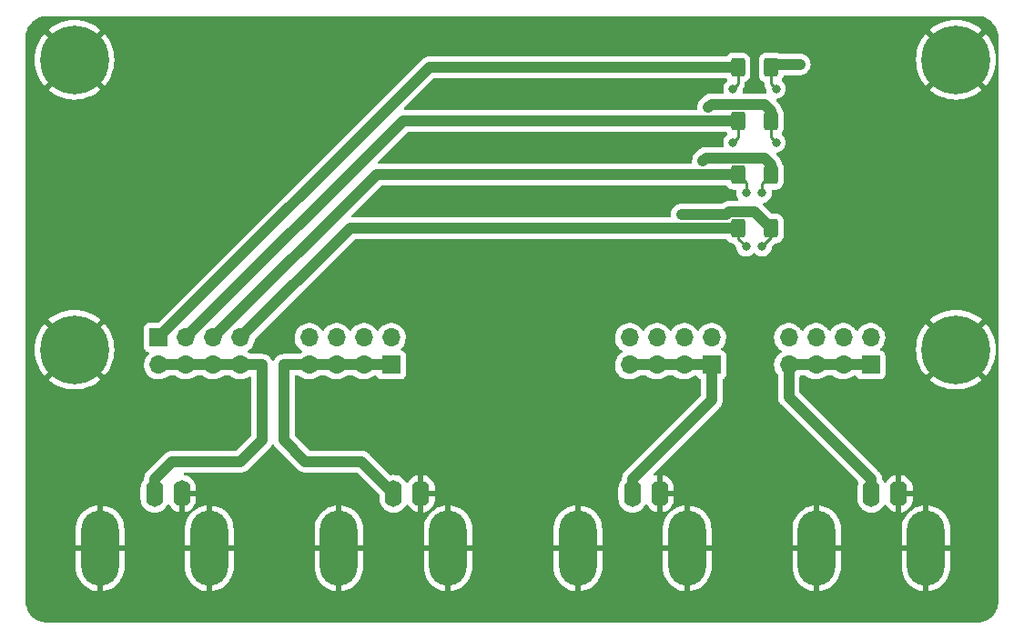
<source format=gbr>
%TF.GenerationSoftware,KiCad,Pcbnew,(6.0.0)*%
%TF.CreationDate,2022-09-15T20:56:53-04:00*%
%TF.ProjectId,Load_PCB_KiCAD,4c6f6164-5f50-4434-925f-4b694341442e,rev?*%
%TF.SameCoordinates,Original*%
%TF.FileFunction,Copper,L1,Top*%
%TF.FilePolarity,Positive*%
%FSLAX46Y46*%
G04 Gerber Fmt 4.6, Leading zero omitted, Abs format (unit mm)*
G04 Created by KiCad (PCBNEW (6.0.0)) date 2022-09-15 20:56:53*
%MOMM*%
%LPD*%
G01*
G04 APERTURE LIST*
G04 Aperture macros list*
%AMRoundRect*
0 Rectangle with rounded corners*
0 $1 Rounding radius*
0 $2 $3 $4 $5 $6 $7 $8 $9 X,Y pos of 4 corners*
0 Add a 4 corners polygon primitive as box body*
4,1,4,$2,$3,$4,$5,$6,$7,$8,$9,$2,$3,0*
0 Add four circle primitives for the rounded corners*
1,1,$1+$1,$2,$3*
1,1,$1+$1,$4,$5*
1,1,$1+$1,$6,$7*
1,1,$1+$1,$8,$9*
0 Add four rect primitives between the rounded corners*
20,1,$1+$1,$2,$3,$4,$5,0*
20,1,$1+$1,$4,$5,$6,$7,0*
20,1,$1+$1,$6,$7,$8,$9,0*
20,1,$1+$1,$8,$9,$2,$3,0*%
G04 Aperture macros list end*
%TA.AperFunction,ComponentPad*%
%ADD10C,6.400000*%
%TD*%
%TA.AperFunction,ComponentPad*%
%ADD11O,1.600000X2.500000*%
%TD*%
%TA.AperFunction,ComponentPad*%
%ADD12O,3.500000X7.000000*%
%TD*%
%TA.AperFunction,SMDPad,CuDef*%
%ADD13RoundRect,0.250000X0.400000X0.625000X-0.400000X0.625000X-0.400000X-0.625000X0.400000X-0.625000X0*%
%TD*%
%TA.AperFunction,ComponentPad*%
%ADD14R,1.700000X1.700000*%
%TD*%
%TA.AperFunction,ComponentPad*%
%ADD15O,1.700000X1.700000*%
%TD*%
%TA.AperFunction,ViaPad*%
%ADD16C,0.800000*%
%TD*%
%TA.AperFunction,Conductor*%
%ADD17C,1.000000*%
%TD*%
%TA.AperFunction,Conductor*%
%ADD18C,0.250000*%
%TD*%
G04 APERTURE END LIST*
D10*
%TO.P,H4,1,1*%
%TO.N,GND*%
X79000000Y-66000000D03*
%TD*%
%TO.P,H3,1,1*%
%TO.N,GND*%
X79000000Y-93000000D03*
%TD*%
%TO.P,H2,1,1*%
%TO.N,GND*%
X161000000Y-93000000D03*
%TD*%
%TO.P,H1,1,1*%
%TO.N,GND*%
X161000000Y-66000000D03*
%TD*%
D11*
%TO.P,J3,2,Ext*%
%TO.N,GND*%
X155685000Y-106420000D03*
%TO.P,J3,1,In*%
%TO.N,Net-(J3-Pad1)*%
X153145000Y-106420000D03*
D12*
%TO.P,J3,2,Ext*%
%TO.N,GND*%
X148065000Y-111500000D03*
X158225000Y-111500000D03*
%TD*%
D13*
%TO.P,R4,1*%
%TO.N,Net-(J4-Pad2)*%
X143820000Y-66710000D03*
%TO.P,R4,2*%
%TO.N,Net-(J7-Pad1)*%
X140720000Y-66710000D03*
%TD*%
%TO.P,R3,2*%
%TO.N,Net-(J6-Pad6)*%
X140720000Y-71710000D03*
%TO.P,R3,1*%
%TO.N,Net-(J2-Pad6)*%
X143820000Y-71710000D03*
%TD*%
%TO.P,R2,2*%
%TO.N,Net-(J6-Pad4)*%
X140720000Y-76710000D03*
%TO.P,R2,1*%
%TO.N,Net-(J2-Pad4)*%
X143820000Y-76710000D03*
%TD*%
%TO.P,R1,1*%
%TO.N,Net-(J4-Pad8)*%
X143820000Y-81710000D03*
%TO.P,R1,2*%
%TO.N,Net-(J6-Pad2)*%
X140720000Y-81710000D03*
%TD*%
D12*
%TO.P,J8,2,Ext*%
%TO.N,GND*%
X91550000Y-111500000D03*
X81390000Y-111500000D03*
D11*
%TO.P,J8,1,In*%
%TO.N,Net-(J7-Pad2)*%
X86470000Y-106420000D03*
%TO.P,J8,2,Ext*%
%TO.N,GND*%
X89010000Y-106420000D03*
%TD*%
D14*
%TO.P,J7,1,Pin_1*%
%TO.N,Net-(J7-Pad1)*%
X86850000Y-91880000D03*
D15*
%TO.P,J7,2,Pin_2*%
%TO.N,Net-(J7-Pad2)*%
X86850000Y-94420000D03*
%TO.P,J7,3,Pin_3*%
%TO.N,Net-(J6-Pad6)*%
X89390000Y-91880000D03*
%TO.P,J7,4,Pin_4*%
%TO.N,Net-(J7-Pad2)*%
X89390000Y-94420000D03*
%TO.P,J7,5,Pin_5*%
%TO.N,Net-(J6-Pad4)*%
X91930000Y-91880000D03*
%TO.P,J7,6,Pin_6*%
%TO.N,Net-(J7-Pad2)*%
X91930000Y-94420000D03*
%TO.P,J7,7,Pin_7*%
%TO.N,Net-(J6-Pad2)*%
X94470000Y-91880000D03*
%TO.P,J7,8,Pin_8*%
%TO.N,Net-(J7-Pad2)*%
X94470000Y-94420000D03*
%TD*%
D14*
%TO.P,J6,1,Pin_1*%
%TO.N,Net-(J5-Pad1)*%
X138270000Y-94420000D03*
D15*
%TO.P,J6,2,Pin_2*%
%TO.N,Net-(J6-Pad2)*%
X138270000Y-91880000D03*
%TO.P,J6,3,Pin_3*%
%TO.N,Net-(J5-Pad1)*%
X135730000Y-94420000D03*
%TO.P,J6,4,Pin_4*%
%TO.N,Net-(J6-Pad4)*%
X135730000Y-91880000D03*
%TO.P,J6,5,Pin_5*%
%TO.N,Net-(J5-Pad1)*%
X133190000Y-94420000D03*
%TO.P,J6,6,Pin_6*%
%TO.N,Net-(J6-Pad6)*%
X133190000Y-91880000D03*
%TO.P,J6,7,Pin_7*%
%TO.N,Net-(J5-Pad1)*%
X130650000Y-94420000D03*
%TO.P,J6,8,Pin_8*%
%TO.N,Net-(J7-Pad1)*%
X130650000Y-91880000D03*
%TD*%
D12*
%TO.P,J5,2,Ext*%
%TO.N,GND*%
X136000000Y-111500000D03*
X125840000Y-111500000D03*
D11*
%TO.P,J5,1,In*%
%TO.N,Net-(J5-Pad1)*%
X130920000Y-106420000D03*
%TO.P,J5,2,Ext*%
%TO.N,GND*%
X133460000Y-106420000D03*
%TD*%
D14*
%TO.P,J4,1,Pin_1*%
%TO.N,Net-(J3-Pad1)*%
X153070000Y-94420000D03*
D15*
%TO.P,J4,2,Pin_2*%
%TO.N,Net-(J4-Pad2)*%
X153070000Y-91880000D03*
%TO.P,J4,3,Pin_3*%
%TO.N,Net-(J3-Pad1)*%
X150530000Y-94420000D03*
%TO.P,J4,4,Pin_4*%
%TO.N,Net-(J2-Pad6)*%
X150530000Y-91880000D03*
%TO.P,J4,5,Pin_5*%
%TO.N,Net-(J3-Pad1)*%
X147990000Y-94420000D03*
%TO.P,J4,6,Pin_6*%
%TO.N,Net-(J2-Pad4)*%
X147990000Y-91880000D03*
%TO.P,J4,7,Pin_7*%
%TO.N,Net-(J3-Pad1)*%
X145450000Y-94420000D03*
%TO.P,J4,8,Pin_8*%
%TO.N,Net-(J4-Pad8)*%
X145450000Y-91880000D03*
%TD*%
%TO.P,J2,8,Pin_8*%
%TO.N,Net-(J4-Pad2)*%
X100850000Y-91880000D03*
%TO.P,J2,7,Pin_7*%
%TO.N,Net-(J1-Pad1)*%
X100850000Y-94420000D03*
%TO.P,J2,6,Pin_6*%
%TO.N,Net-(J2-Pad6)*%
X103390000Y-91880000D03*
%TO.P,J2,5,Pin_5*%
%TO.N,Net-(J1-Pad1)*%
X103390000Y-94420000D03*
%TO.P,J2,4,Pin_4*%
%TO.N,Net-(J2-Pad4)*%
X105930000Y-91880000D03*
%TO.P,J2,3,Pin_3*%
%TO.N,Net-(J1-Pad1)*%
X105930000Y-94420000D03*
%TO.P,J2,2,Pin_2*%
%TO.N,Net-(J4-Pad8)*%
X108470000Y-91880000D03*
D14*
%TO.P,J2,1,Pin_1*%
%TO.N,Net-(J1-Pad1)*%
X108470000Y-94420000D03*
%TD*%
D11*
%TO.P,J1,2,Ext*%
%TO.N,GND*%
X111235000Y-106420000D03*
%TO.P,J1,1,In*%
%TO.N,Net-(J1-Pad1)*%
X108695000Y-106420000D03*
D12*
%TO.P,J1,2,Ext*%
%TO.N,GND*%
X103615000Y-111500000D03*
X113775000Y-111500000D03*
%TD*%
D16*
%TO.N,GND*%
X111000000Y-74000000D03*
X115000000Y-69000000D03*
X115000000Y-74000000D03*
X120000000Y-74000000D03*
X120000000Y-69000000D03*
X125000000Y-69000000D03*
X125000000Y-74000000D03*
X130000000Y-69000000D03*
X130000000Y-74000000D03*
X137000000Y-79000000D03*
X130000000Y-79000000D03*
X125000000Y-79000000D03*
X120000000Y-79000000D03*
X115000000Y-79000000D03*
X110000000Y-79000000D03*
%TO.N,Net-(J4-Pad8)*%
X135470000Y-80420000D03*
%TO.N,Net-(J2-Pad4)*%
X137470000Y-75420000D03*
%TO.N,Net-(J2-Pad6)*%
X137970000Y-70420000D03*
%TO.N,Net-(J4-Pad2)*%
X146470000Y-66420000D03*
%TO.N,Net-(J4-Pad8)*%
X142970000Y-83420000D03*
%TO.N,Net-(J2-Pad4)*%
X142970000Y-78420000D03*
%TO.N,Net-(J2-Pad6)*%
X144270000Y-73710000D03*
%TO.N,Net-(J4-Pad2)*%
X144270000Y-68710000D03*
%TO.N,Net-(J7-Pad1)*%
X140270000Y-68710000D03*
%TO.N,Net-(J6-Pad6)*%
X140270000Y-73710000D03*
%TO.N,Net-(J6-Pad2)*%
X141470000Y-83420000D03*
%TO.N,Net-(J6-Pad4)*%
X141470000Y-78420000D03*
%TD*%
D17*
%TO.N,Net-(J3-Pad1)*%
X145450000Y-97400000D02*
X145450000Y-94420000D01*
X153145000Y-106420000D02*
X153145000Y-105095000D01*
X153145000Y-105095000D02*
X145450000Y-97400000D01*
%TO.N,Net-(J5-Pad1)*%
X138270000Y-94420000D02*
X130650000Y-94420000D01*
%TO.N,Net-(J3-Pad1)*%
X145450000Y-94420000D02*
X153070000Y-94420000D01*
%TO.N,Net-(J5-Pad1)*%
X138270000Y-97720000D02*
X138270000Y-94420000D01*
X130920000Y-105070000D02*
X138270000Y-97720000D01*
X130920000Y-106420000D02*
X130920000Y-105070000D01*
%TO.N,Net-(J2-Pad6)*%
X143820000Y-70770000D02*
X143820000Y-71710000D01*
X143185480Y-70135480D02*
X143820000Y-70770000D01*
X137970000Y-70420000D02*
X138254520Y-70135480D01*
X138254520Y-70135480D02*
X143185480Y-70135480D01*
%TO.N,Net-(J2-Pad4)*%
X143820000Y-75770000D02*
X143820000Y-76710000D01*
X143185480Y-75135480D02*
X143820000Y-75770000D01*
X137470000Y-75420000D02*
X137754520Y-75135480D01*
X137754520Y-75135480D02*
X143185480Y-75135480D01*
%TO.N,Net-(J4-Pad8)*%
X142245480Y-80135480D02*
X143820000Y-81710000D01*
X139926696Y-80135480D02*
X142245480Y-80135480D01*
X139642176Y-80420000D02*
X139926696Y-80135480D01*
X135470000Y-80420000D02*
X139642176Y-80420000D01*
D18*
%TO.N,Net-(J2-Pad4)*%
X142970000Y-77560000D02*
X143820000Y-76710000D01*
X142970000Y-78420000D02*
X142970000Y-77560000D01*
%TO.N,Net-(J4-Pad8)*%
X143820000Y-82570000D02*
X143820000Y-81710000D01*
X142970000Y-83420000D02*
X143820000Y-82570000D01*
%TO.N,Net-(J6-Pad2)*%
X140720000Y-82670000D02*
X140720000Y-81710000D01*
X141470000Y-83420000D02*
X140720000Y-82670000D01*
%TO.N,Net-(J6-Pad4)*%
X141470000Y-77460000D02*
X140720000Y-76710000D01*
X141470000Y-78420000D02*
X141470000Y-77460000D01*
D17*
%TO.N,Net-(J6-Pad2)*%
X104640000Y-81710000D02*
X140720000Y-81710000D01*
X94470000Y-91880000D02*
X104640000Y-81710000D01*
%TO.N,Net-(J6-Pad4)*%
X107100000Y-76710000D02*
X140720000Y-76710000D01*
X91930000Y-91880000D02*
X107100000Y-76710000D01*
%TO.N,Net-(J6-Pad6)*%
X109560000Y-71710000D02*
X140720000Y-71710000D01*
X89390000Y-91880000D02*
X109560000Y-71710000D01*
%TO.N,Net-(J4-Pad2)*%
X144110000Y-66420000D02*
X143820000Y-66710000D01*
X146470000Y-66420000D02*
X144110000Y-66420000D01*
%TO.N,Net-(J7-Pad1)*%
X112020000Y-66710000D02*
X140720000Y-66710000D01*
X86850000Y-91880000D02*
X112020000Y-66710000D01*
%TO.N,Net-(J1-Pad1)*%
X100850000Y-94420000D02*
X108470000Y-94420000D01*
X98470000Y-94420000D02*
X100850000Y-94420000D01*
X98470000Y-101420000D02*
X98470000Y-94420000D01*
X100470000Y-103420000D02*
X98470000Y-101420000D01*
X105695000Y-103420000D02*
X100470000Y-103420000D01*
X108695000Y-106420000D02*
X105695000Y-103420000D01*
%TO.N,Net-(J7-Pad2)*%
X96470000Y-101420000D02*
X96470000Y-94420000D01*
X88120000Y-103420000D02*
X94470000Y-103420000D01*
X86470000Y-105070000D02*
X88120000Y-103420000D01*
X86470000Y-106420000D02*
X86470000Y-105070000D01*
X94470000Y-103420000D02*
X96470000Y-101420000D01*
X96470000Y-94420000D02*
X86850000Y-94420000D01*
D18*
%TO.N,Net-(J2-Pad6)*%
X143820000Y-73260000D02*
X144270000Y-73710000D01*
X143820000Y-71710000D02*
X143820000Y-73260000D01*
%TO.N,Net-(J4-Pad2)*%
X143820000Y-68260000D02*
X144270000Y-68710000D01*
X143820000Y-66710000D02*
X143820000Y-68260000D01*
%TO.N,Net-(J7-Pad1)*%
X140720000Y-68260000D02*
X140270000Y-68710000D01*
X140720000Y-66710000D02*
X140720000Y-68260000D01*
%TO.N,Net-(J6-Pad6)*%
X140720000Y-73260000D02*
X140270000Y-73710000D01*
X140720000Y-71710000D02*
X140720000Y-73260000D01*
%TD*%
%TA.AperFunction,Conductor*%
%TO.N,GND*%
G36*
X162940057Y-61929500D02*
G01*
X162954858Y-61931805D01*
X162954861Y-61931805D01*
X162963730Y-61933186D01*
X162979999Y-61931059D01*
X163004567Y-61930266D01*
X163221766Y-61944502D01*
X163238106Y-61946653D01*
X163357788Y-61970459D01*
X163477473Y-61994266D01*
X163493383Y-61998529D01*
X163724484Y-62076977D01*
X163739710Y-62083284D01*
X163958592Y-62191224D01*
X163972866Y-62199465D01*
X164175783Y-62335050D01*
X164188858Y-62345083D01*
X164372347Y-62505998D01*
X164384002Y-62517653D01*
X164544917Y-62701142D01*
X164554950Y-62714217D01*
X164690535Y-62917134D01*
X164698776Y-62931408D01*
X164806716Y-63150290D01*
X164813022Y-63165514D01*
X164891471Y-63396617D01*
X164895735Y-63412530D01*
X164943347Y-63651894D01*
X164945498Y-63668234D01*
X164959264Y-63878268D01*
X164958239Y-63901304D01*
X164958196Y-63904854D01*
X164956814Y-63913730D01*
X164958638Y-63927678D01*
X164960936Y-63945251D01*
X164962000Y-63961589D01*
X164962000Y-65937766D01*
X164942353Y-66004680D01*
X164958588Y-66033112D01*
X164962000Y-66062234D01*
X164962000Y-92937766D01*
X164942353Y-93004680D01*
X164958588Y-93033112D01*
X164962000Y-93062234D01*
X164962000Y-116370672D01*
X164960500Y-116390056D01*
X164956814Y-116413730D01*
X164958941Y-116429999D01*
X164959734Y-116454567D01*
X164945498Y-116671766D01*
X164943347Y-116688106D01*
X164895735Y-116927470D01*
X164891471Y-116943383D01*
X164856550Y-117046257D01*
X164813023Y-117174484D01*
X164806716Y-117189710D01*
X164698776Y-117408592D01*
X164690535Y-117422866D01*
X164554950Y-117625783D01*
X164544917Y-117638858D01*
X164384002Y-117822347D01*
X164372347Y-117834002D01*
X164188858Y-117994917D01*
X164175783Y-118004950D01*
X163972866Y-118140535D01*
X163958592Y-118148776D01*
X163739710Y-118256716D01*
X163724486Y-118263022D01*
X163493383Y-118341471D01*
X163477473Y-118345734D01*
X163357788Y-118369541D01*
X163238106Y-118393347D01*
X163221766Y-118395498D01*
X163011732Y-118409264D01*
X162988696Y-118408239D01*
X162985146Y-118408196D01*
X162976270Y-118406814D01*
X162947762Y-118410542D01*
X162944749Y-118410936D01*
X162928411Y-118412000D01*
X76519328Y-118412000D01*
X76499943Y-118410500D01*
X76485142Y-118408195D01*
X76485139Y-118408195D01*
X76476270Y-118406814D01*
X76460001Y-118408941D01*
X76435433Y-118409734D01*
X76218234Y-118395498D01*
X76201894Y-118393347D01*
X76082212Y-118369541D01*
X75962527Y-118345734D01*
X75946617Y-118341471D01*
X75715514Y-118263022D01*
X75700290Y-118256716D01*
X75481408Y-118148776D01*
X75467134Y-118140535D01*
X75264217Y-118004950D01*
X75251142Y-117994917D01*
X75067653Y-117834002D01*
X75055998Y-117822347D01*
X74895083Y-117638858D01*
X74885050Y-117625783D01*
X74749465Y-117422866D01*
X74741224Y-117408592D01*
X74633284Y-117189710D01*
X74626977Y-117174484D01*
X74583450Y-117046257D01*
X74548529Y-116943383D01*
X74544265Y-116927470D01*
X74496653Y-116688106D01*
X74494502Y-116671766D01*
X74480974Y-116465376D01*
X74482147Y-116442218D01*
X74481829Y-116442189D01*
X74482264Y-116437333D01*
X74483071Y-116432539D01*
X74483224Y-116420000D01*
X74479273Y-116392412D01*
X74478000Y-116374549D01*
X74478000Y-113323993D01*
X79132000Y-113323993D01*
X79132139Y-113328182D01*
X79146549Y-113545132D01*
X79147653Y-113553403D01*
X79205290Y-113839251D01*
X79207478Y-113847303D01*
X79302409Y-114123005D01*
X79305650Y-114130716D01*
X79436213Y-114391444D01*
X79440434Y-114398638D01*
X79604341Y-114639820D01*
X79609474Y-114646390D01*
X79803839Y-114863775D01*
X79809795Y-114869608D01*
X80031203Y-115059378D01*
X80037884Y-115064376D01*
X80282437Y-115223191D01*
X80289727Y-115227265D01*
X80553132Y-115352338D01*
X80560900Y-115355414D01*
X80838531Y-115444552D01*
X80846637Y-115446573D01*
X81118170Y-115495429D01*
X81131429Y-115493997D01*
X81136000Y-115479387D01*
X81136000Y-115476367D01*
X81644000Y-115476367D01*
X81648295Y-115490996D01*
X81660272Y-115493058D01*
X81732053Y-115486778D01*
X81740292Y-115485503D01*
X82024880Y-115421890D01*
X82032877Y-115419536D01*
X82306534Y-115318850D01*
X82314172Y-115315450D01*
X82572115Y-115179451D01*
X82579213Y-115175084D01*
X82816905Y-115006165D01*
X82823372Y-115000892D01*
X83036639Y-114802017D01*
X83042351Y-114795933D01*
X83227437Y-114570607D01*
X83232292Y-114563826D01*
X83385958Y-114315987D01*
X83389871Y-114308627D01*
X83509404Y-114042654D01*
X83512314Y-114034831D01*
X83595624Y-113755375D01*
X83597469Y-113747254D01*
X83643191Y-113458571D01*
X83643899Y-113451597D01*
X83647936Y-113362714D01*
X83648000Y-113359881D01*
X83648000Y-113323993D01*
X89292000Y-113323993D01*
X89292139Y-113328182D01*
X89306549Y-113545132D01*
X89307653Y-113553403D01*
X89365290Y-113839251D01*
X89367478Y-113847303D01*
X89462409Y-114123005D01*
X89465650Y-114130716D01*
X89596213Y-114391444D01*
X89600434Y-114398638D01*
X89764341Y-114639820D01*
X89769474Y-114646390D01*
X89963839Y-114863775D01*
X89969795Y-114869608D01*
X90191203Y-115059378D01*
X90197884Y-115064376D01*
X90442437Y-115223191D01*
X90449727Y-115227265D01*
X90713132Y-115352338D01*
X90720900Y-115355414D01*
X90998531Y-115444552D01*
X91006637Y-115446573D01*
X91278170Y-115495429D01*
X91291429Y-115493997D01*
X91296000Y-115479387D01*
X91296000Y-115476367D01*
X91804000Y-115476367D01*
X91808295Y-115490996D01*
X91820272Y-115493058D01*
X91892053Y-115486778D01*
X91900292Y-115485503D01*
X92184880Y-115421890D01*
X92192877Y-115419536D01*
X92466534Y-115318850D01*
X92474172Y-115315450D01*
X92732115Y-115179451D01*
X92739213Y-115175084D01*
X92976905Y-115006165D01*
X92983372Y-115000892D01*
X93196639Y-114802017D01*
X93202351Y-114795933D01*
X93387437Y-114570607D01*
X93392292Y-114563826D01*
X93545958Y-114315987D01*
X93549871Y-114308627D01*
X93669404Y-114042654D01*
X93672314Y-114034831D01*
X93755624Y-113755375D01*
X93757469Y-113747254D01*
X93803191Y-113458571D01*
X93803899Y-113451597D01*
X93807936Y-113362714D01*
X93808000Y-113359881D01*
X93808000Y-113323993D01*
X101357000Y-113323993D01*
X101357139Y-113328182D01*
X101371549Y-113545132D01*
X101372653Y-113553403D01*
X101430290Y-113839251D01*
X101432478Y-113847303D01*
X101527409Y-114123005D01*
X101530650Y-114130716D01*
X101661213Y-114391444D01*
X101665434Y-114398638D01*
X101829341Y-114639820D01*
X101834474Y-114646390D01*
X102028839Y-114863775D01*
X102034795Y-114869608D01*
X102256203Y-115059378D01*
X102262884Y-115064376D01*
X102507437Y-115223191D01*
X102514727Y-115227265D01*
X102778132Y-115352338D01*
X102785900Y-115355414D01*
X103063531Y-115444552D01*
X103071637Y-115446573D01*
X103343170Y-115495429D01*
X103356429Y-115493997D01*
X103361000Y-115479387D01*
X103361000Y-115476367D01*
X103869000Y-115476367D01*
X103873295Y-115490996D01*
X103885272Y-115493058D01*
X103957053Y-115486778D01*
X103965292Y-115485503D01*
X104249880Y-115421890D01*
X104257877Y-115419536D01*
X104531534Y-115318850D01*
X104539172Y-115315450D01*
X104797115Y-115179451D01*
X104804213Y-115175084D01*
X105041905Y-115006165D01*
X105048372Y-115000892D01*
X105261639Y-114802017D01*
X105267351Y-114795933D01*
X105452437Y-114570607D01*
X105457292Y-114563826D01*
X105610958Y-114315987D01*
X105614871Y-114308627D01*
X105734404Y-114042654D01*
X105737314Y-114034831D01*
X105820624Y-113755375D01*
X105822469Y-113747254D01*
X105868191Y-113458571D01*
X105868899Y-113451597D01*
X105872936Y-113362714D01*
X105873000Y-113359881D01*
X105873000Y-113323993D01*
X111517000Y-113323993D01*
X111517139Y-113328182D01*
X111531549Y-113545132D01*
X111532653Y-113553403D01*
X111590290Y-113839251D01*
X111592478Y-113847303D01*
X111687409Y-114123005D01*
X111690650Y-114130716D01*
X111821213Y-114391444D01*
X111825434Y-114398638D01*
X111989341Y-114639820D01*
X111994474Y-114646390D01*
X112188839Y-114863775D01*
X112194795Y-114869608D01*
X112416203Y-115059378D01*
X112422884Y-115064376D01*
X112667437Y-115223191D01*
X112674727Y-115227265D01*
X112938132Y-115352338D01*
X112945900Y-115355414D01*
X113223531Y-115444552D01*
X113231637Y-115446573D01*
X113503170Y-115495429D01*
X113516429Y-115493997D01*
X113521000Y-115479387D01*
X113521000Y-115476367D01*
X114029000Y-115476367D01*
X114033295Y-115490996D01*
X114045272Y-115493058D01*
X114117053Y-115486778D01*
X114125292Y-115485503D01*
X114409880Y-115421890D01*
X114417877Y-115419536D01*
X114691534Y-115318850D01*
X114699172Y-115315450D01*
X114957115Y-115179451D01*
X114964213Y-115175084D01*
X115201905Y-115006165D01*
X115208372Y-115000892D01*
X115421639Y-114802017D01*
X115427351Y-114795933D01*
X115612437Y-114570607D01*
X115617292Y-114563826D01*
X115770958Y-114315987D01*
X115774871Y-114308627D01*
X115894404Y-114042654D01*
X115897314Y-114034831D01*
X115980624Y-113755375D01*
X115982469Y-113747254D01*
X116028191Y-113458571D01*
X116028899Y-113451597D01*
X116032936Y-113362714D01*
X116033000Y-113359881D01*
X116033000Y-113323993D01*
X123582000Y-113323993D01*
X123582139Y-113328182D01*
X123596549Y-113545132D01*
X123597653Y-113553403D01*
X123655290Y-113839251D01*
X123657478Y-113847303D01*
X123752409Y-114123005D01*
X123755650Y-114130716D01*
X123886213Y-114391444D01*
X123890434Y-114398638D01*
X124054341Y-114639820D01*
X124059474Y-114646390D01*
X124253839Y-114863775D01*
X124259795Y-114869608D01*
X124481203Y-115059378D01*
X124487884Y-115064376D01*
X124732437Y-115223191D01*
X124739727Y-115227265D01*
X125003132Y-115352338D01*
X125010900Y-115355414D01*
X125288531Y-115444552D01*
X125296637Y-115446573D01*
X125568170Y-115495429D01*
X125581429Y-115493997D01*
X125586000Y-115479387D01*
X125586000Y-115476367D01*
X126094000Y-115476367D01*
X126098295Y-115490996D01*
X126110272Y-115493058D01*
X126182053Y-115486778D01*
X126190292Y-115485503D01*
X126474880Y-115421890D01*
X126482877Y-115419536D01*
X126756534Y-115318850D01*
X126764172Y-115315450D01*
X127022115Y-115179451D01*
X127029213Y-115175084D01*
X127266905Y-115006165D01*
X127273372Y-115000892D01*
X127486639Y-114802017D01*
X127492351Y-114795933D01*
X127677437Y-114570607D01*
X127682292Y-114563826D01*
X127835958Y-114315987D01*
X127839871Y-114308627D01*
X127959404Y-114042654D01*
X127962314Y-114034831D01*
X128045624Y-113755375D01*
X128047469Y-113747254D01*
X128093191Y-113458571D01*
X128093899Y-113451597D01*
X128097936Y-113362714D01*
X128098000Y-113359881D01*
X128098000Y-113323993D01*
X133742000Y-113323993D01*
X133742139Y-113328182D01*
X133756549Y-113545132D01*
X133757653Y-113553403D01*
X133815290Y-113839251D01*
X133817478Y-113847303D01*
X133912409Y-114123005D01*
X133915650Y-114130716D01*
X134046213Y-114391444D01*
X134050434Y-114398638D01*
X134214341Y-114639820D01*
X134219474Y-114646390D01*
X134413839Y-114863775D01*
X134419795Y-114869608D01*
X134641203Y-115059378D01*
X134647884Y-115064376D01*
X134892437Y-115223191D01*
X134899727Y-115227265D01*
X135163132Y-115352338D01*
X135170900Y-115355414D01*
X135448531Y-115444552D01*
X135456637Y-115446573D01*
X135728170Y-115495429D01*
X135741429Y-115493997D01*
X135746000Y-115479387D01*
X135746000Y-115476367D01*
X136254000Y-115476367D01*
X136258295Y-115490996D01*
X136270272Y-115493058D01*
X136342053Y-115486778D01*
X136350292Y-115485503D01*
X136634880Y-115421890D01*
X136642877Y-115419536D01*
X136916534Y-115318850D01*
X136924172Y-115315450D01*
X137182115Y-115179451D01*
X137189213Y-115175084D01*
X137426905Y-115006165D01*
X137433372Y-115000892D01*
X137646639Y-114802017D01*
X137652351Y-114795933D01*
X137837437Y-114570607D01*
X137842292Y-114563826D01*
X137995958Y-114315987D01*
X137999871Y-114308627D01*
X138119404Y-114042654D01*
X138122314Y-114034831D01*
X138205624Y-113755375D01*
X138207469Y-113747254D01*
X138253191Y-113458571D01*
X138253899Y-113451597D01*
X138257936Y-113362714D01*
X138258000Y-113359881D01*
X138258000Y-113323993D01*
X145807000Y-113323993D01*
X145807139Y-113328182D01*
X145821549Y-113545132D01*
X145822653Y-113553403D01*
X145880290Y-113839251D01*
X145882478Y-113847303D01*
X145977409Y-114123005D01*
X145980650Y-114130716D01*
X146111213Y-114391444D01*
X146115434Y-114398638D01*
X146279341Y-114639820D01*
X146284474Y-114646390D01*
X146478839Y-114863775D01*
X146484795Y-114869608D01*
X146706203Y-115059378D01*
X146712884Y-115064376D01*
X146957437Y-115223191D01*
X146964727Y-115227265D01*
X147228132Y-115352338D01*
X147235900Y-115355414D01*
X147513531Y-115444552D01*
X147521637Y-115446573D01*
X147793170Y-115495429D01*
X147806429Y-115493997D01*
X147811000Y-115479387D01*
X147811000Y-115476367D01*
X148319000Y-115476367D01*
X148323295Y-115490996D01*
X148335272Y-115493058D01*
X148407053Y-115486778D01*
X148415292Y-115485503D01*
X148699880Y-115421890D01*
X148707877Y-115419536D01*
X148981534Y-115318850D01*
X148989172Y-115315450D01*
X149247115Y-115179451D01*
X149254213Y-115175084D01*
X149491905Y-115006165D01*
X149498372Y-115000892D01*
X149711639Y-114802017D01*
X149717351Y-114795933D01*
X149902437Y-114570607D01*
X149907292Y-114563826D01*
X150060958Y-114315987D01*
X150064871Y-114308627D01*
X150184404Y-114042654D01*
X150187314Y-114034831D01*
X150270624Y-113755375D01*
X150272469Y-113747254D01*
X150318191Y-113458571D01*
X150318899Y-113451597D01*
X150322936Y-113362714D01*
X150323000Y-113359881D01*
X150323000Y-113323993D01*
X155967000Y-113323993D01*
X155967139Y-113328182D01*
X155981549Y-113545132D01*
X155982653Y-113553403D01*
X156040290Y-113839251D01*
X156042478Y-113847303D01*
X156137409Y-114123005D01*
X156140650Y-114130716D01*
X156271213Y-114391444D01*
X156275434Y-114398638D01*
X156439341Y-114639820D01*
X156444474Y-114646390D01*
X156638839Y-114863775D01*
X156644795Y-114869608D01*
X156866203Y-115059378D01*
X156872884Y-115064376D01*
X157117437Y-115223191D01*
X157124727Y-115227265D01*
X157388132Y-115352338D01*
X157395900Y-115355414D01*
X157673531Y-115444552D01*
X157681637Y-115446573D01*
X157953170Y-115495429D01*
X157966429Y-115493997D01*
X157971000Y-115479387D01*
X157971000Y-115476367D01*
X158479000Y-115476367D01*
X158483295Y-115490996D01*
X158495272Y-115493058D01*
X158567053Y-115486778D01*
X158575292Y-115485503D01*
X158859880Y-115421890D01*
X158867877Y-115419536D01*
X159141534Y-115318850D01*
X159149172Y-115315450D01*
X159407115Y-115179451D01*
X159414213Y-115175084D01*
X159651905Y-115006165D01*
X159658372Y-115000892D01*
X159871639Y-114802017D01*
X159877351Y-114795933D01*
X160062437Y-114570607D01*
X160067292Y-114563826D01*
X160220958Y-114315987D01*
X160224871Y-114308627D01*
X160344404Y-114042654D01*
X160347314Y-114034831D01*
X160430624Y-113755375D01*
X160432469Y-113747254D01*
X160478191Y-113458571D01*
X160478899Y-113451597D01*
X160482936Y-113362714D01*
X160483000Y-113359881D01*
X160483000Y-111772115D01*
X160478525Y-111756876D01*
X160477135Y-111755671D01*
X160469452Y-111754000D01*
X158497115Y-111754000D01*
X158481876Y-111758475D01*
X158480671Y-111759865D01*
X158479000Y-111767548D01*
X158479000Y-115476367D01*
X157971000Y-115476367D01*
X157971000Y-111772115D01*
X157966525Y-111756876D01*
X157965135Y-111755671D01*
X157957452Y-111754000D01*
X155985115Y-111754000D01*
X155969876Y-111758475D01*
X155968671Y-111759865D01*
X155967000Y-111767548D01*
X155967000Y-113323993D01*
X150323000Y-113323993D01*
X150323000Y-111772115D01*
X150318525Y-111756876D01*
X150317135Y-111755671D01*
X150309452Y-111754000D01*
X148337115Y-111754000D01*
X148321876Y-111758475D01*
X148320671Y-111759865D01*
X148319000Y-111767548D01*
X148319000Y-115476367D01*
X147811000Y-115476367D01*
X147811000Y-111772115D01*
X147806525Y-111756876D01*
X147805135Y-111755671D01*
X147797452Y-111754000D01*
X145825115Y-111754000D01*
X145809876Y-111758475D01*
X145808671Y-111759865D01*
X145807000Y-111767548D01*
X145807000Y-113323993D01*
X138258000Y-113323993D01*
X138258000Y-111772115D01*
X138253525Y-111756876D01*
X138252135Y-111755671D01*
X138244452Y-111754000D01*
X136272115Y-111754000D01*
X136256876Y-111758475D01*
X136255671Y-111759865D01*
X136254000Y-111767548D01*
X136254000Y-115476367D01*
X135746000Y-115476367D01*
X135746000Y-111772115D01*
X135741525Y-111756876D01*
X135740135Y-111755671D01*
X135732452Y-111754000D01*
X133760115Y-111754000D01*
X133744876Y-111758475D01*
X133743671Y-111759865D01*
X133742000Y-111767548D01*
X133742000Y-113323993D01*
X128098000Y-113323993D01*
X128098000Y-111772115D01*
X128093525Y-111756876D01*
X128092135Y-111755671D01*
X128084452Y-111754000D01*
X126112115Y-111754000D01*
X126096876Y-111758475D01*
X126095671Y-111759865D01*
X126094000Y-111767548D01*
X126094000Y-115476367D01*
X125586000Y-115476367D01*
X125586000Y-111772115D01*
X125581525Y-111756876D01*
X125580135Y-111755671D01*
X125572452Y-111754000D01*
X123600115Y-111754000D01*
X123584876Y-111758475D01*
X123583671Y-111759865D01*
X123582000Y-111767548D01*
X123582000Y-113323993D01*
X116033000Y-113323993D01*
X116033000Y-111772115D01*
X116028525Y-111756876D01*
X116027135Y-111755671D01*
X116019452Y-111754000D01*
X114047115Y-111754000D01*
X114031876Y-111758475D01*
X114030671Y-111759865D01*
X114029000Y-111767548D01*
X114029000Y-115476367D01*
X113521000Y-115476367D01*
X113521000Y-111772115D01*
X113516525Y-111756876D01*
X113515135Y-111755671D01*
X113507452Y-111754000D01*
X111535115Y-111754000D01*
X111519876Y-111758475D01*
X111518671Y-111759865D01*
X111517000Y-111767548D01*
X111517000Y-113323993D01*
X105873000Y-113323993D01*
X105873000Y-111772115D01*
X105868525Y-111756876D01*
X105867135Y-111755671D01*
X105859452Y-111754000D01*
X103887115Y-111754000D01*
X103871876Y-111758475D01*
X103870671Y-111759865D01*
X103869000Y-111767548D01*
X103869000Y-115476367D01*
X103361000Y-115476367D01*
X103361000Y-111772115D01*
X103356525Y-111756876D01*
X103355135Y-111755671D01*
X103347452Y-111754000D01*
X101375115Y-111754000D01*
X101359876Y-111758475D01*
X101358671Y-111759865D01*
X101357000Y-111767548D01*
X101357000Y-113323993D01*
X93808000Y-113323993D01*
X93808000Y-111772115D01*
X93803525Y-111756876D01*
X93802135Y-111755671D01*
X93794452Y-111754000D01*
X91822115Y-111754000D01*
X91806876Y-111758475D01*
X91805671Y-111759865D01*
X91804000Y-111767548D01*
X91804000Y-115476367D01*
X91296000Y-115476367D01*
X91296000Y-111772115D01*
X91291525Y-111756876D01*
X91290135Y-111755671D01*
X91282452Y-111754000D01*
X89310115Y-111754000D01*
X89294876Y-111758475D01*
X89293671Y-111759865D01*
X89292000Y-111767548D01*
X89292000Y-113323993D01*
X83648000Y-113323993D01*
X83648000Y-111772115D01*
X83643525Y-111756876D01*
X83642135Y-111755671D01*
X83634452Y-111754000D01*
X81662115Y-111754000D01*
X81646876Y-111758475D01*
X81645671Y-111759865D01*
X81644000Y-111767548D01*
X81644000Y-115476367D01*
X81136000Y-115476367D01*
X81136000Y-111772115D01*
X81131525Y-111756876D01*
X81130135Y-111755671D01*
X81122452Y-111754000D01*
X79150115Y-111754000D01*
X79134876Y-111758475D01*
X79133671Y-111759865D01*
X79132000Y-111767548D01*
X79132000Y-113323993D01*
X74478000Y-113323993D01*
X74478000Y-111227885D01*
X79132000Y-111227885D01*
X79136475Y-111243124D01*
X79137865Y-111244329D01*
X79145548Y-111246000D01*
X81117885Y-111246000D01*
X81133124Y-111241525D01*
X81134329Y-111240135D01*
X81136000Y-111232452D01*
X81136000Y-111227885D01*
X81644000Y-111227885D01*
X81648475Y-111243124D01*
X81649865Y-111244329D01*
X81657548Y-111246000D01*
X83629885Y-111246000D01*
X83645124Y-111241525D01*
X83646329Y-111240135D01*
X83648000Y-111232452D01*
X83648000Y-111227885D01*
X89292000Y-111227885D01*
X89296475Y-111243124D01*
X89297865Y-111244329D01*
X89305548Y-111246000D01*
X91277885Y-111246000D01*
X91293124Y-111241525D01*
X91294329Y-111240135D01*
X91296000Y-111232452D01*
X91296000Y-111227885D01*
X91804000Y-111227885D01*
X91808475Y-111243124D01*
X91809865Y-111244329D01*
X91817548Y-111246000D01*
X93789885Y-111246000D01*
X93805124Y-111241525D01*
X93806329Y-111240135D01*
X93808000Y-111232452D01*
X93808000Y-111227885D01*
X101357000Y-111227885D01*
X101361475Y-111243124D01*
X101362865Y-111244329D01*
X101370548Y-111246000D01*
X103342885Y-111246000D01*
X103358124Y-111241525D01*
X103359329Y-111240135D01*
X103361000Y-111232452D01*
X103361000Y-111227885D01*
X103869000Y-111227885D01*
X103873475Y-111243124D01*
X103874865Y-111244329D01*
X103882548Y-111246000D01*
X105854885Y-111246000D01*
X105870124Y-111241525D01*
X105871329Y-111240135D01*
X105873000Y-111232452D01*
X105873000Y-111227885D01*
X111517000Y-111227885D01*
X111521475Y-111243124D01*
X111522865Y-111244329D01*
X111530548Y-111246000D01*
X113502885Y-111246000D01*
X113518124Y-111241525D01*
X113519329Y-111240135D01*
X113521000Y-111232452D01*
X113521000Y-111227885D01*
X114029000Y-111227885D01*
X114033475Y-111243124D01*
X114034865Y-111244329D01*
X114042548Y-111246000D01*
X116014885Y-111246000D01*
X116030124Y-111241525D01*
X116031329Y-111240135D01*
X116033000Y-111232452D01*
X116033000Y-111227885D01*
X123582000Y-111227885D01*
X123586475Y-111243124D01*
X123587865Y-111244329D01*
X123595548Y-111246000D01*
X125567885Y-111246000D01*
X125583124Y-111241525D01*
X125584329Y-111240135D01*
X125586000Y-111232452D01*
X125586000Y-111227885D01*
X126094000Y-111227885D01*
X126098475Y-111243124D01*
X126099865Y-111244329D01*
X126107548Y-111246000D01*
X128079885Y-111246000D01*
X128095124Y-111241525D01*
X128096329Y-111240135D01*
X128098000Y-111232452D01*
X128098000Y-111227885D01*
X133742000Y-111227885D01*
X133746475Y-111243124D01*
X133747865Y-111244329D01*
X133755548Y-111246000D01*
X135727885Y-111246000D01*
X135743124Y-111241525D01*
X135744329Y-111240135D01*
X135746000Y-111232452D01*
X135746000Y-111227885D01*
X136254000Y-111227885D01*
X136258475Y-111243124D01*
X136259865Y-111244329D01*
X136267548Y-111246000D01*
X138239885Y-111246000D01*
X138255124Y-111241525D01*
X138256329Y-111240135D01*
X138258000Y-111232452D01*
X138258000Y-111227885D01*
X145807000Y-111227885D01*
X145811475Y-111243124D01*
X145812865Y-111244329D01*
X145820548Y-111246000D01*
X147792885Y-111246000D01*
X147808124Y-111241525D01*
X147809329Y-111240135D01*
X147811000Y-111232452D01*
X147811000Y-111227885D01*
X148319000Y-111227885D01*
X148323475Y-111243124D01*
X148324865Y-111244329D01*
X148332548Y-111246000D01*
X150304885Y-111246000D01*
X150320124Y-111241525D01*
X150321329Y-111240135D01*
X150323000Y-111232452D01*
X150323000Y-111227885D01*
X155967000Y-111227885D01*
X155971475Y-111243124D01*
X155972865Y-111244329D01*
X155980548Y-111246000D01*
X157952885Y-111246000D01*
X157968124Y-111241525D01*
X157969329Y-111240135D01*
X157971000Y-111232452D01*
X157971000Y-111227885D01*
X158479000Y-111227885D01*
X158483475Y-111243124D01*
X158484865Y-111244329D01*
X158492548Y-111246000D01*
X160464885Y-111246000D01*
X160480124Y-111241525D01*
X160481329Y-111240135D01*
X160483000Y-111232452D01*
X160483000Y-109676007D01*
X160482861Y-109671818D01*
X160468451Y-109454868D01*
X160467347Y-109446597D01*
X160409710Y-109160749D01*
X160407522Y-109152697D01*
X160312591Y-108876995D01*
X160309350Y-108869284D01*
X160178787Y-108608556D01*
X160174566Y-108601362D01*
X160010659Y-108360180D01*
X160005526Y-108353610D01*
X159811161Y-108136225D01*
X159805205Y-108130392D01*
X159583797Y-107940622D01*
X159577116Y-107935624D01*
X159332563Y-107776809D01*
X159325273Y-107772735D01*
X159061868Y-107647662D01*
X159054100Y-107644586D01*
X158776469Y-107555448D01*
X158768363Y-107553427D01*
X158496830Y-107504571D01*
X158483571Y-107506003D01*
X158479000Y-107520613D01*
X158479000Y-111227885D01*
X157971000Y-111227885D01*
X157971000Y-107523633D01*
X157966705Y-107509004D01*
X157954728Y-107506942D01*
X157882947Y-107513222D01*
X157874708Y-107514497D01*
X157590120Y-107578110D01*
X157582123Y-107580464D01*
X157308466Y-107681150D01*
X157300828Y-107684550D01*
X157042885Y-107820549D01*
X157035787Y-107824916D01*
X156798095Y-107993835D01*
X156791628Y-107999108D01*
X156578361Y-108197983D01*
X156572649Y-108204067D01*
X156387563Y-108429393D01*
X156382708Y-108436174D01*
X156229042Y-108684013D01*
X156225129Y-108691373D01*
X156105596Y-108957346D01*
X156102686Y-108965169D01*
X156019376Y-109244625D01*
X156017531Y-109252746D01*
X155971809Y-109541429D01*
X155971101Y-109548403D01*
X155967064Y-109637286D01*
X155967000Y-109640119D01*
X155967000Y-111227885D01*
X150323000Y-111227885D01*
X150323000Y-109676007D01*
X150322861Y-109671818D01*
X150308451Y-109454868D01*
X150307347Y-109446597D01*
X150249710Y-109160749D01*
X150247522Y-109152697D01*
X150152591Y-108876995D01*
X150149350Y-108869284D01*
X150018787Y-108608556D01*
X150014566Y-108601362D01*
X149850659Y-108360180D01*
X149845526Y-108353610D01*
X149651161Y-108136225D01*
X149645205Y-108130392D01*
X149423797Y-107940622D01*
X149417116Y-107935624D01*
X149172563Y-107776809D01*
X149165273Y-107772735D01*
X148901868Y-107647662D01*
X148894100Y-107644586D01*
X148616469Y-107555448D01*
X148608363Y-107553427D01*
X148336830Y-107504571D01*
X148323571Y-107506003D01*
X148319000Y-107520613D01*
X148319000Y-111227885D01*
X147811000Y-111227885D01*
X147811000Y-107523633D01*
X147806705Y-107509004D01*
X147794728Y-107506942D01*
X147722947Y-107513222D01*
X147714708Y-107514497D01*
X147430120Y-107578110D01*
X147422123Y-107580464D01*
X147148466Y-107681150D01*
X147140828Y-107684550D01*
X146882885Y-107820549D01*
X146875787Y-107824916D01*
X146638095Y-107993835D01*
X146631628Y-107999108D01*
X146418361Y-108197983D01*
X146412649Y-108204067D01*
X146227563Y-108429393D01*
X146222708Y-108436174D01*
X146069042Y-108684013D01*
X146065129Y-108691373D01*
X145945596Y-108957346D01*
X145942686Y-108965169D01*
X145859376Y-109244625D01*
X145857531Y-109252746D01*
X145811809Y-109541429D01*
X145811101Y-109548403D01*
X145807064Y-109637286D01*
X145807000Y-109640119D01*
X145807000Y-111227885D01*
X138258000Y-111227885D01*
X138258000Y-109676007D01*
X138257861Y-109671818D01*
X138243451Y-109454868D01*
X138242347Y-109446597D01*
X138184710Y-109160749D01*
X138182522Y-109152697D01*
X138087591Y-108876995D01*
X138084350Y-108869284D01*
X137953787Y-108608556D01*
X137949566Y-108601362D01*
X137785659Y-108360180D01*
X137780526Y-108353610D01*
X137586161Y-108136225D01*
X137580205Y-108130392D01*
X137358797Y-107940622D01*
X137352116Y-107935624D01*
X137107563Y-107776809D01*
X137100273Y-107772735D01*
X136836868Y-107647662D01*
X136829100Y-107644586D01*
X136551469Y-107555448D01*
X136543363Y-107553427D01*
X136271830Y-107504571D01*
X136258571Y-107506003D01*
X136254000Y-107520613D01*
X136254000Y-111227885D01*
X135746000Y-111227885D01*
X135746000Y-107523633D01*
X135741705Y-107509004D01*
X135729728Y-107506942D01*
X135657947Y-107513222D01*
X135649708Y-107514497D01*
X135365120Y-107578110D01*
X135357123Y-107580464D01*
X135083466Y-107681150D01*
X135075828Y-107684550D01*
X134817885Y-107820549D01*
X134810787Y-107824916D01*
X134573095Y-107993835D01*
X134566628Y-107999108D01*
X134353361Y-108197983D01*
X134347649Y-108204067D01*
X134162563Y-108429393D01*
X134157708Y-108436174D01*
X134004042Y-108684013D01*
X134000129Y-108691373D01*
X133880596Y-108957346D01*
X133877686Y-108965169D01*
X133794376Y-109244625D01*
X133792531Y-109252746D01*
X133746809Y-109541429D01*
X133746101Y-109548403D01*
X133742064Y-109637286D01*
X133742000Y-109640119D01*
X133742000Y-111227885D01*
X128098000Y-111227885D01*
X128098000Y-109676007D01*
X128097861Y-109671818D01*
X128083451Y-109454868D01*
X128082347Y-109446597D01*
X128024710Y-109160749D01*
X128022522Y-109152697D01*
X127927591Y-108876995D01*
X127924350Y-108869284D01*
X127793787Y-108608556D01*
X127789566Y-108601362D01*
X127625659Y-108360180D01*
X127620526Y-108353610D01*
X127426161Y-108136225D01*
X127420205Y-108130392D01*
X127198797Y-107940622D01*
X127192116Y-107935624D01*
X126947563Y-107776809D01*
X126940273Y-107772735D01*
X126676868Y-107647662D01*
X126669100Y-107644586D01*
X126391469Y-107555448D01*
X126383363Y-107553427D01*
X126111830Y-107504571D01*
X126098571Y-107506003D01*
X126094000Y-107520613D01*
X126094000Y-111227885D01*
X125586000Y-111227885D01*
X125586000Y-107523633D01*
X125581705Y-107509004D01*
X125569728Y-107506942D01*
X125497947Y-107513222D01*
X125489708Y-107514497D01*
X125205120Y-107578110D01*
X125197123Y-107580464D01*
X124923466Y-107681150D01*
X124915828Y-107684550D01*
X124657885Y-107820549D01*
X124650787Y-107824916D01*
X124413095Y-107993835D01*
X124406628Y-107999108D01*
X124193361Y-108197983D01*
X124187649Y-108204067D01*
X124002563Y-108429393D01*
X123997708Y-108436174D01*
X123844042Y-108684013D01*
X123840129Y-108691373D01*
X123720596Y-108957346D01*
X123717686Y-108965169D01*
X123634376Y-109244625D01*
X123632531Y-109252746D01*
X123586809Y-109541429D01*
X123586101Y-109548403D01*
X123582064Y-109637286D01*
X123582000Y-109640119D01*
X123582000Y-111227885D01*
X116033000Y-111227885D01*
X116033000Y-109676007D01*
X116032861Y-109671818D01*
X116018451Y-109454868D01*
X116017347Y-109446597D01*
X115959710Y-109160749D01*
X115957522Y-109152697D01*
X115862591Y-108876995D01*
X115859350Y-108869284D01*
X115728787Y-108608556D01*
X115724566Y-108601362D01*
X115560659Y-108360180D01*
X115555526Y-108353610D01*
X115361161Y-108136225D01*
X115355205Y-108130392D01*
X115133797Y-107940622D01*
X115127116Y-107935624D01*
X114882563Y-107776809D01*
X114875273Y-107772735D01*
X114611868Y-107647662D01*
X114604100Y-107644586D01*
X114326469Y-107555448D01*
X114318363Y-107553427D01*
X114046830Y-107504571D01*
X114033571Y-107506003D01*
X114029000Y-107520613D01*
X114029000Y-111227885D01*
X113521000Y-111227885D01*
X113521000Y-107523633D01*
X113516705Y-107509004D01*
X113504728Y-107506942D01*
X113432947Y-107513222D01*
X113424708Y-107514497D01*
X113140120Y-107578110D01*
X113132123Y-107580464D01*
X112858466Y-107681150D01*
X112850828Y-107684550D01*
X112592885Y-107820549D01*
X112585787Y-107824916D01*
X112348095Y-107993835D01*
X112341628Y-107999108D01*
X112128361Y-108197983D01*
X112122649Y-108204067D01*
X111937563Y-108429393D01*
X111932708Y-108436174D01*
X111779042Y-108684013D01*
X111775129Y-108691373D01*
X111655596Y-108957346D01*
X111652686Y-108965169D01*
X111569376Y-109244625D01*
X111567531Y-109252746D01*
X111521809Y-109541429D01*
X111521101Y-109548403D01*
X111517064Y-109637286D01*
X111517000Y-109640119D01*
X111517000Y-111227885D01*
X105873000Y-111227885D01*
X105873000Y-109676007D01*
X105872861Y-109671818D01*
X105858451Y-109454868D01*
X105857347Y-109446597D01*
X105799710Y-109160749D01*
X105797522Y-109152697D01*
X105702591Y-108876995D01*
X105699350Y-108869284D01*
X105568787Y-108608556D01*
X105564566Y-108601362D01*
X105400659Y-108360180D01*
X105395526Y-108353610D01*
X105201161Y-108136225D01*
X105195205Y-108130392D01*
X104973797Y-107940622D01*
X104967116Y-107935624D01*
X104722563Y-107776809D01*
X104715273Y-107772735D01*
X104451868Y-107647662D01*
X104444100Y-107644586D01*
X104166469Y-107555448D01*
X104158363Y-107553427D01*
X103886830Y-107504571D01*
X103873571Y-107506003D01*
X103869000Y-107520613D01*
X103869000Y-111227885D01*
X103361000Y-111227885D01*
X103361000Y-107523633D01*
X103356705Y-107509004D01*
X103344728Y-107506942D01*
X103272947Y-107513222D01*
X103264708Y-107514497D01*
X102980120Y-107578110D01*
X102972123Y-107580464D01*
X102698466Y-107681150D01*
X102690828Y-107684550D01*
X102432885Y-107820549D01*
X102425787Y-107824916D01*
X102188095Y-107993835D01*
X102181628Y-107999108D01*
X101968361Y-108197983D01*
X101962649Y-108204067D01*
X101777563Y-108429393D01*
X101772708Y-108436174D01*
X101619042Y-108684013D01*
X101615129Y-108691373D01*
X101495596Y-108957346D01*
X101492686Y-108965169D01*
X101409376Y-109244625D01*
X101407531Y-109252746D01*
X101361809Y-109541429D01*
X101361101Y-109548403D01*
X101357064Y-109637286D01*
X101357000Y-109640119D01*
X101357000Y-111227885D01*
X93808000Y-111227885D01*
X93808000Y-109676007D01*
X93807861Y-109671818D01*
X93793451Y-109454868D01*
X93792347Y-109446597D01*
X93734710Y-109160749D01*
X93732522Y-109152697D01*
X93637591Y-108876995D01*
X93634350Y-108869284D01*
X93503787Y-108608556D01*
X93499566Y-108601362D01*
X93335659Y-108360180D01*
X93330526Y-108353610D01*
X93136161Y-108136225D01*
X93130205Y-108130392D01*
X92908797Y-107940622D01*
X92902116Y-107935624D01*
X92657563Y-107776809D01*
X92650273Y-107772735D01*
X92386868Y-107647662D01*
X92379100Y-107644586D01*
X92101469Y-107555448D01*
X92093363Y-107553427D01*
X91821830Y-107504571D01*
X91808571Y-107506003D01*
X91804000Y-107520613D01*
X91804000Y-111227885D01*
X91296000Y-111227885D01*
X91296000Y-107523633D01*
X91291705Y-107509004D01*
X91279728Y-107506942D01*
X91207947Y-107513222D01*
X91199708Y-107514497D01*
X90915120Y-107578110D01*
X90907123Y-107580464D01*
X90633466Y-107681150D01*
X90625828Y-107684550D01*
X90367885Y-107820549D01*
X90360787Y-107824916D01*
X90123095Y-107993835D01*
X90116628Y-107999108D01*
X89903361Y-108197983D01*
X89897649Y-108204067D01*
X89712563Y-108429393D01*
X89707708Y-108436174D01*
X89554042Y-108684013D01*
X89550129Y-108691373D01*
X89430596Y-108957346D01*
X89427686Y-108965169D01*
X89344376Y-109244625D01*
X89342531Y-109252746D01*
X89296809Y-109541429D01*
X89296101Y-109548403D01*
X89292064Y-109637286D01*
X89292000Y-109640119D01*
X89292000Y-111227885D01*
X83648000Y-111227885D01*
X83648000Y-109676007D01*
X83647861Y-109671818D01*
X83633451Y-109454868D01*
X83632347Y-109446597D01*
X83574710Y-109160749D01*
X83572522Y-109152697D01*
X83477591Y-108876995D01*
X83474350Y-108869284D01*
X83343787Y-108608556D01*
X83339566Y-108601362D01*
X83175659Y-108360180D01*
X83170526Y-108353610D01*
X82976161Y-108136225D01*
X82970205Y-108130392D01*
X82748797Y-107940622D01*
X82742116Y-107935624D01*
X82497563Y-107776809D01*
X82490273Y-107772735D01*
X82226868Y-107647662D01*
X82219100Y-107644586D01*
X81941469Y-107555448D01*
X81933363Y-107553427D01*
X81661830Y-107504571D01*
X81648571Y-107506003D01*
X81644000Y-107520613D01*
X81644000Y-111227885D01*
X81136000Y-111227885D01*
X81136000Y-107523633D01*
X81131705Y-107509004D01*
X81119728Y-107506942D01*
X81047947Y-107513222D01*
X81039708Y-107514497D01*
X80755120Y-107578110D01*
X80747123Y-107580464D01*
X80473466Y-107681150D01*
X80465828Y-107684550D01*
X80207885Y-107820549D01*
X80200787Y-107824916D01*
X79963095Y-107993835D01*
X79956628Y-107999108D01*
X79743361Y-108197983D01*
X79737649Y-108204067D01*
X79552563Y-108429393D01*
X79547708Y-108436174D01*
X79394042Y-108684013D01*
X79390129Y-108691373D01*
X79270596Y-108957346D01*
X79267686Y-108965169D01*
X79184376Y-109244625D01*
X79182531Y-109252746D01*
X79136809Y-109541429D01*
X79136101Y-109548403D01*
X79132064Y-109637286D01*
X79132000Y-109640119D01*
X79132000Y-111227885D01*
X74478000Y-111227885D01*
X74478000Y-106927127D01*
X85161500Y-106927127D01*
X85176457Y-107098087D01*
X85235716Y-107319243D01*
X85238039Y-107324224D01*
X85238039Y-107324225D01*
X85330151Y-107521762D01*
X85330154Y-107521767D01*
X85332477Y-107526749D01*
X85463802Y-107714300D01*
X85625700Y-107876198D01*
X85630208Y-107879355D01*
X85630211Y-107879357D01*
X85708389Y-107934098D01*
X85813251Y-108007523D01*
X85818233Y-108009846D01*
X85818238Y-108009849D01*
X86014765Y-108101490D01*
X86020757Y-108104284D01*
X86026065Y-108105706D01*
X86026067Y-108105707D01*
X86236598Y-108162119D01*
X86236600Y-108162119D01*
X86241913Y-108163543D01*
X86470000Y-108183498D01*
X86698087Y-108163543D01*
X86703400Y-108162119D01*
X86703402Y-108162119D01*
X86913933Y-108105707D01*
X86913935Y-108105706D01*
X86919243Y-108104284D01*
X86925235Y-108101490D01*
X87121762Y-108009849D01*
X87121767Y-108009846D01*
X87126749Y-108007523D01*
X87231611Y-107934098D01*
X87309789Y-107879357D01*
X87309792Y-107879355D01*
X87314300Y-107876198D01*
X87476198Y-107714300D01*
X87607523Y-107526749D01*
X87609846Y-107521767D01*
X87609849Y-107521762D01*
X87626081Y-107486951D01*
X87672998Y-107433666D01*
X87741275Y-107414205D01*
X87809235Y-107434747D01*
X87854471Y-107486951D01*
X87870586Y-107521511D01*
X87876069Y-107531007D01*
X88001028Y-107709467D01*
X88008084Y-107717875D01*
X88162125Y-107871916D01*
X88170533Y-107878972D01*
X88348993Y-108003931D01*
X88358489Y-108009414D01*
X88555947Y-108101490D01*
X88566239Y-108105236D01*
X88738503Y-108151394D01*
X88752599Y-108151058D01*
X88756000Y-108143116D01*
X88756000Y-108137967D01*
X89264000Y-108137967D01*
X89267973Y-108151498D01*
X89276522Y-108152727D01*
X89453761Y-108105236D01*
X89464053Y-108101490D01*
X89661511Y-108009414D01*
X89671007Y-108003931D01*
X89849467Y-107878972D01*
X89857875Y-107871916D01*
X90011916Y-107717875D01*
X90018972Y-107709467D01*
X90143931Y-107531007D01*
X90149414Y-107521511D01*
X90241490Y-107324053D01*
X90245236Y-107313761D01*
X90301625Y-107103312D01*
X90303528Y-107092519D01*
X90317762Y-106929830D01*
X90318000Y-106924365D01*
X90318000Y-106692115D01*
X90313525Y-106676876D01*
X90312135Y-106675671D01*
X90304452Y-106674000D01*
X89282115Y-106674000D01*
X89266876Y-106678475D01*
X89265671Y-106679865D01*
X89264000Y-106687548D01*
X89264000Y-108137967D01*
X88756000Y-108137967D01*
X88756000Y-106292000D01*
X88776002Y-106223879D01*
X88829658Y-106177386D01*
X88882000Y-106166000D01*
X90299885Y-106166000D01*
X90315124Y-106161525D01*
X90316329Y-106160135D01*
X90318000Y-106152452D01*
X90318000Y-105915635D01*
X90317762Y-105910170D01*
X90303528Y-105747481D01*
X90301625Y-105736688D01*
X90245236Y-105526239D01*
X90241490Y-105515947D01*
X90149414Y-105318489D01*
X90143931Y-105308993D01*
X90018972Y-105130533D01*
X90011916Y-105122125D01*
X89857875Y-104968084D01*
X89849467Y-104961028D01*
X89671007Y-104836069D01*
X89661511Y-104830586D01*
X89464053Y-104738510D01*
X89453761Y-104734764D01*
X89237999Y-104676951D01*
X89238376Y-104675545D01*
X89180897Y-104647057D01*
X89144429Y-104586143D01*
X89146683Y-104515182D01*
X89186943Y-104456704D01*
X89252428Y-104429276D01*
X89266391Y-104428500D01*
X94408157Y-104428500D01*
X94421764Y-104429237D01*
X94453262Y-104432659D01*
X94453267Y-104432659D01*
X94459388Y-104433324D01*
X94485638Y-104431027D01*
X94509388Y-104428950D01*
X94514214Y-104428621D01*
X94516686Y-104428500D01*
X94519769Y-104428500D01*
X94531738Y-104427326D01*
X94562506Y-104424310D01*
X94563819Y-104424188D01*
X94608084Y-104420315D01*
X94656413Y-104416087D01*
X94661532Y-104414600D01*
X94666833Y-104414080D01*
X94755834Y-104387209D01*
X94756967Y-104386874D01*
X94840414Y-104362630D01*
X94840418Y-104362628D01*
X94846336Y-104360909D01*
X94851068Y-104358456D01*
X94856169Y-104356916D01*
X94863173Y-104353192D01*
X94938260Y-104313269D01*
X94939426Y-104312657D01*
X95016453Y-104272729D01*
X95021926Y-104269892D01*
X95026089Y-104266569D01*
X95030796Y-104264066D01*
X95102918Y-104205245D01*
X95103774Y-104204554D01*
X95142973Y-104173262D01*
X95145477Y-104170758D01*
X95146195Y-104170116D01*
X95150528Y-104166415D01*
X95184062Y-104139065D01*
X95213288Y-104103737D01*
X95221277Y-104094958D01*
X97139379Y-102176855D01*
X97149522Y-102167753D01*
X97174218Y-102147897D01*
X97179025Y-102144032D01*
X97211292Y-102105578D01*
X97214472Y-102101931D01*
X97216115Y-102100119D01*
X97218309Y-102097925D01*
X97245642Y-102064651D01*
X97246348Y-102063800D01*
X97254669Y-102053884D01*
X97306154Y-101992526D01*
X97308722Y-101987856D01*
X97312103Y-101983739D01*
X97355977Y-101901914D01*
X97356604Y-101900758D01*
X97359557Y-101895386D01*
X97409900Y-101845326D01*
X97479317Y-101830430D01*
X97545767Y-101855428D01*
X97581838Y-101898097D01*
X97620108Y-101971926D01*
X97623431Y-101976089D01*
X97625934Y-101980796D01*
X97629830Y-101985573D01*
X97631692Y-101987856D01*
X97684755Y-102052918D01*
X97685446Y-102053774D01*
X97716738Y-102092973D01*
X97719242Y-102095477D01*
X97719884Y-102096195D01*
X97723585Y-102100528D01*
X97750935Y-102134062D01*
X97755682Y-102137989D01*
X97755684Y-102137991D01*
X97786262Y-102163287D01*
X97795042Y-102171277D01*
X99713145Y-104089379D01*
X99722247Y-104099522D01*
X99745968Y-104129025D01*
X99750696Y-104132992D01*
X99784421Y-104161291D01*
X99788069Y-104164472D01*
X99789881Y-104166115D01*
X99792075Y-104168309D01*
X99825349Y-104195642D01*
X99826147Y-104196304D01*
X99897474Y-104256154D01*
X99902144Y-104258722D01*
X99906261Y-104262103D01*
X99926079Y-104272729D01*
X99988086Y-104305977D01*
X99989245Y-104306606D01*
X100065381Y-104348462D01*
X100065389Y-104348465D01*
X100070787Y-104351433D01*
X100075869Y-104353045D01*
X100080563Y-104355562D01*
X100169531Y-104382762D01*
X100170559Y-104383082D01*
X100259306Y-104411235D01*
X100264602Y-104411829D01*
X100269698Y-104413387D01*
X100362257Y-104422790D01*
X100363393Y-104422911D01*
X100397008Y-104426681D01*
X100409730Y-104428108D01*
X100409734Y-104428108D01*
X100413227Y-104428500D01*
X100416754Y-104428500D01*
X100417739Y-104428555D01*
X100423419Y-104429002D01*
X100452825Y-104431989D01*
X100460337Y-104432752D01*
X100460339Y-104432752D01*
X100466462Y-104433374D01*
X100512108Y-104429059D01*
X100523967Y-104428500D01*
X105225075Y-104428500D01*
X105293196Y-104448502D01*
X105314170Y-104465405D01*
X107349595Y-106500829D01*
X107383620Y-106563141D01*
X107386500Y-106589924D01*
X107386500Y-106927127D01*
X107401457Y-107098087D01*
X107460716Y-107319243D01*
X107463039Y-107324224D01*
X107463039Y-107324225D01*
X107555151Y-107521762D01*
X107555154Y-107521767D01*
X107557477Y-107526749D01*
X107688802Y-107714300D01*
X107850700Y-107876198D01*
X107855208Y-107879355D01*
X107855211Y-107879357D01*
X107933389Y-107934098D01*
X108038251Y-108007523D01*
X108043233Y-108009846D01*
X108043238Y-108009849D01*
X108239765Y-108101490D01*
X108245757Y-108104284D01*
X108251065Y-108105706D01*
X108251067Y-108105707D01*
X108461598Y-108162119D01*
X108461600Y-108162119D01*
X108466913Y-108163543D01*
X108695000Y-108183498D01*
X108923087Y-108163543D01*
X108928400Y-108162119D01*
X108928402Y-108162119D01*
X109138933Y-108105707D01*
X109138935Y-108105706D01*
X109144243Y-108104284D01*
X109150235Y-108101490D01*
X109346762Y-108009849D01*
X109346767Y-108009846D01*
X109351749Y-108007523D01*
X109456611Y-107934098D01*
X109534789Y-107879357D01*
X109534792Y-107879355D01*
X109539300Y-107876198D01*
X109701198Y-107714300D01*
X109832523Y-107526749D01*
X109834846Y-107521767D01*
X109834849Y-107521762D01*
X109851081Y-107486951D01*
X109897998Y-107433666D01*
X109966275Y-107414205D01*
X110034235Y-107434747D01*
X110079471Y-107486951D01*
X110095586Y-107521511D01*
X110101069Y-107531007D01*
X110226028Y-107709467D01*
X110233084Y-107717875D01*
X110387125Y-107871916D01*
X110395533Y-107878972D01*
X110573993Y-108003931D01*
X110583489Y-108009414D01*
X110780947Y-108101490D01*
X110791239Y-108105236D01*
X110963503Y-108151394D01*
X110977599Y-108151058D01*
X110981000Y-108143116D01*
X110981000Y-108137967D01*
X111489000Y-108137967D01*
X111492973Y-108151498D01*
X111501522Y-108152727D01*
X111678761Y-108105236D01*
X111689053Y-108101490D01*
X111886511Y-108009414D01*
X111896007Y-108003931D01*
X112074467Y-107878972D01*
X112082875Y-107871916D01*
X112236916Y-107717875D01*
X112243972Y-107709467D01*
X112368931Y-107531007D01*
X112374414Y-107521511D01*
X112466490Y-107324053D01*
X112470236Y-107313761D01*
X112526625Y-107103312D01*
X112528528Y-107092519D01*
X112542762Y-106929830D01*
X112543000Y-106924365D01*
X112543000Y-106692115D01*
X112538525Y-106676876D01*
X112537135Y-106675671D01*
X112529452Y-106674000D01*
X111507115Y-106674000D01*
X111491876Y-106678475D01*
X111490671Y-106679865D01*
X111489000Y-106687548D01*
X111489000Y-108137967D01*
X110981000Y-108137967D01*
X110981000Y-106147885D01*
X111489000Y-106147885D01*
X111493475Y-106163124D01*
X111494865Y-106164329D01*
X111502548Y-106166000D01*
X112524885Y-106166000D01*
X112540124Y-106161525D01*
X112541329Y-106160135D01*
X112543000Y-106152452D01*
X112543000Y-105915635D01*
X112542762Y-105910170D01*
X112528528Y-105747481D01*
X112526625Y-105736688D01*
X112470236Y-105526239D01*
X112466490Y-105515947D01*
X112374414Y-105318489D01*
X112368931Y-105308993D01*
X112243972Y-105130533D01*
X112236916Y-105122125D01*
X112082875Y-104968084D01*
X112074467Y-104961028D01*
X111896007Y-104836069D01*
X111886511Y-104830586D01*
X111689053Y-104738510D01*
X111678761Y-104734764D01*
X111506497Y-104688606D01*
X111492401Y-104688942D01*
X111489000Y-104696884D01*
X111489000Y-106147885D01*
X110981000Y-106147885D01*
X110981000Y-104702033D01*
X110977027Y-104688502D01*
X110968478Y-104687273D01*
X110791239Y-104734764D01*
X110780947Y-104738510D01*
X110583489Y-104830586D01*
X110573993Y-104836069D01*
X110395533Y-104961028D01*
X110387125Y-104968084D01*
X110233084Y-105122125D01*
X110226028Y-105130533D01*
X110101069Y-105308993D01*
X110095586Y-105318489D01*
X110079471Y-105353049D01*
X110032554Y-105406334D01*
X109964277Y-105425795D01*
X109896317Y-105405253D01*
X109851081Y-105353049D01*
X109834849Y-105318238D01*
X109834846Y-105318233D01*
X109832523Y-105313251D01*
X109701198Y-105125700D01*
X109539300Y-104963802D01*
X109534792Y-104960645D01*
X109534789Y-104960643D01*
X109413669Y-104875834D01*
X109351749Y-104832477D01*
X109346767Y-104830154D01*
X109346762Y-104830151D01*
X109149225Y-104738039D01*
X109149224Y-104738039D01*
X109144243Y-104735716D01*
X109138935Y-104734294D01*
X109138933Y-104734293D01*
X108928402Y-104677881D01*
X108928400Y-104677881D01*
X108923087Y-104676457D01*
X108695000Y-104656502D01*
X108466913Y-104676457D01*
X108461601Y-104677880D01*
X108456181Y-104678836D01*
X108455711Y-104676173D01*
X108396065Y-104674867D01*
X108345106Y-104643872D01*
X106451855Y-102750621D01*
X106442753Y-102740478D01*
X106422897Y-102715782D01*
X106419032Y-102710975D01*
X106380578Y-102678708D01*
X106376931Y-102675528D01*
X106375119Y-102673885D01*
X106372925Y-102671691D01*
X106339651Y-102644358D01*
X106338853Y-102643696D01*
X106267526Y-102583846D01*
X106262856Y-102581278D01*
X106258739Y-102577897D01*
X106176914Y-102534023D01*
X106175755Y-102533394D01*
X106099619Y-102491538D01*
X106099611Y-102491535D01*
X106094213Y-102488567D01*
X106089131Y-102486955D01*
X106084437Y-102484438D01*
X105995469Y-102457238D01*
X105994441Y-102456918D01*
X105905694Y-102428765D01*
X105900398Y-102428171D01*
X105895302Y-102426613D01*
X105802743Y-102417210D01*
X105801607Y-102417089D01*
X105767992Y-102413319D01*
X105755270Y-102411892D01*
X105755266Y-102411892D01*
X105751773Y-102411500D01*
X105748246Y-102411500D01*
X105747261Y-102411445D01*
X105741581Y-102410998D01*
X105712175Y-102408011D01*
X105704663Y-102407248D01*
X105704661Y-102407248D01*
X105698538Y-102406626D01*
X105656259Y-102410623D01*
X105652891Y-102410941D01*
X105641033Y-102411500D01*
X100939925Y-102411500D01*
X100871804Y-102391498D01*
X100850830Y-102374595D01*
X99515405Y-101039171D01*
X99481380Y-100976859D01*
X99478500Y-100950076D01*
X99478500Y-95554500D01*
X99498502Y-95486379D01*
X99552158Y-95439886D01*
X99604500Y-95428500D01*
X99892393Y-95428500D01*
X99960514Y-95448502D01*
X99972877Y-95457555D01*
X100068126Y-95536632D01*
X100261000Y-95649338D01*
X100469692Y-95729030D01*
X100474760Y-95730061D01*
X100474763Y-95730062D01*
X100582017Y-95751883D01*
X100688597Y-95773567D01*
X100693772Y-95773757D01*
X100693774Y-95773757D01*
X100906673Y-95781564D01*
X100906677Y-95781564D01*
X100911837Y-95781753D01*
X100916957Y-95781097D01*
X100916959Y-95781097D01*
X101128288Y-95754025D01*
X101128289Y-95754025D01*
X101133416Y-95753368D01*
X101138366Y-95751883D01*
X101342429Y-95690661D01*
X101342434Y-95690659D01*
X101347384Y-95689174D01*
X101547994Y-95590896D01*
X101729860Y-95461173D01*
X101732886Y-95458157D01*
X101797588Y-95429570D01*
X101813976Y-95428500D01*
X102432393Y-95428500D01*
X102500514Y-95448502D01*
X102512877Y-95457555D01*
X102608126Y-95536632D01*
X102801000Y-95649338D01*
X103009692Y-95729030D01*
X103014760Y-95730061D01*
X103014763Y-95730062D01*
X103122017Y-95751883D01*
X103228597Y-95773567D01*
X103233772Y-95773757D01*
X103233774Y-95773757D01*
X103446673Y-95781564D01*
X103446677Y-95781564D01*
X103451837Y-95781753D01*
X103456957Y-95781097D01*
X103456959Y-95781097D01*
X103668288Y-95754025D01*
X103668289Y-95754025D01*
X103673416Y-95753368D01*
X103678366Y-95751883D01*
X103882429Y-95690661D01*
X103882434Y-95690659D01*
X103887384Y-95689174D01*
X104087994Y-95590896D01*
X104269860Y-95461173D01*
X104272886Y-95458157D01*
X104337588Y-95429570D01*
X104353976Y-95428500D01*
X104972393Y-95428500D01*
X105040514Y-95448502D01*
X105052877Y-95457555D01*
X105148126Y-95536632D01*
X105341000Y-95649338D01*
X105549692Y-95729030D01*
X105554760Y-95730061D01*
X105554763Y-95730062D01*
X105662017Y-95751883D01*
X105768597Y-95773567D01*
X105773772Y-95773757D01*
X105773774Y-95773757D01*
X105986673Y-95781564D01*
X105986677Y-95781564D01*
X105991837Y-95781753D01*
X105996957Y-95781097D01*
X105996959Y-95781097D01*
X106208288Y-95754025D01*
X106208289Y-95754025D01*
X106213416Y-95753368D01*
X106218366Y-95751883D01*
X106422429Y-95690661D01*
X106422434Y-95690659D01*
X106427384Y-95689174D01*
X106627994Y-95590896D01*
X106809860Y-95461173D01*
X106812886Y-95458157D01*
X106877588Y-95429570D01*
X106893976Y-95428500D01*
X107048991Y-95428500D01*
X107117112Y-95448502D01*
X107163605Y-95502158D01*
X107165903Y-95507694D01*
X107166232Y-95508296D01*
X107169385Y-95516705D01*
X107256739Y-95633261D01*
X107373295Y-95720615D01*
X107509684Y-95771745D01*
X107571866Y-95778500D01*
X109368134Y-95778500D01*
X109430316Y-95771745D01*
X109566705Y-95720615D01*
X109683261Y-95633261D01*
X109770615Y-95516705D01*
X109821745Y-95380316D01*
X109828500Y-95318134D01*
X109828500Y-94386695D01*
X129287251Y-94386695D01*
X129300110Y-94609715D01*
X129301247Y-94614761D01*
X129301248Y-94614767D01*
X129325304Y-94721508D01*
X129349222Y-94827639D01*
X129433266Y-95034616D01*
X129435965Y-95039020D01*
X129525459Y-95185061D01*
X129549987Y-95225088D01*
X129696250Y-95393938D01*
X129868126Y-95536632D01*
X130061000Y-95649338D01*
X130269692Y-95729030D01*
X130274760Y-95730061D01*
X130274763Y-95730062D01*
X130382017Y-95751883D01*
X130488597Y-95773567D01*
X130493772Y-95773757D01*
X130493774Y-95773757D01*
X130706673Y-95781564D01*
X130706677Y-95781564D01*
X130711837Y-95781753D01*
X130716957Y-95781097D01*
X130716959Y-95781097D01*
X130928288Y-95754025D01*
X130928289Y-95754025D01*
X130933416Y-95753368D01*
X130938366Y-95751883D01*
X131142429Y-95690661D01*
X131142434Y-95690659D01*
X131147384Y-95689174D01*
X131347994Y-95590896D01*
X131529860Y-95461173D01*
X131532886Y-95458157D01*
X131597588Y-95429570D01*
X131613976Y-95428500D01*
X132232393Y-95428500D01*
X132300514Y-95448502D01*
X132312877Y-95457555D01*
X132408126Y-95536632D01*
X132601000Y-95649338D01*
X132809692Y-95729030D01*
X132814760Y-95730061D01*
X132814763Y-95730062D01*
X132922017Y-95751883D01*
X133028597Y-95773567D01*
X133033772Y-95773757D01*
X133033774Y-95773757D01*
X133246673Y-95781564D01*
X133246677Y-95781564D01*
X133251837Y-95781753D01*
X133256957Y-95781097D01*
X133256959Y-95781097D01*
X133468288Y-95754025D01*
X133468289Y-95754025D01*
X133473416Y-95753368D01*
X133478366Y-95751883D01*
X133682429Y-95690661D01*
X133682434Y-95690659D01*
X133687384Y-95689174D01*
X133887994Y-95590896D01*
X134069860Y-95461173D01*
X134072886Y-95458157D01*
X134137588Y-95429570D01*
X134153976Y-95428500D01*
X134772393Y-95428500D01*
X134840514Y-95448502D01*
X134852877Y-95457555D01*
X134948126Y-95536632D01*
X135141000Y-95649338D01*
X135349692Y-95729030D01*
X135354760Y-95730061D01*
X135354763Y-95730062D01*
X135462017Y-95751883D01*
X135568597Y-95773567D01*
X135573772Y-95773757D01*
X135573774Y-95773757D01*
X135786673Y-95781564D01*
X135786677Y-95781564D01*
X135791837Y-95781753D01*
X135796957Y-95781097D01*
X135796959Y-95781097D01*
X136008288Y-95754025D01*
X136008289Y-95754025D01*
X136013416Y-95753368D01*
X136018366Y-95751883D01*
X136222429Y-95690661D01*
X136222434Y-95690659D01*
X136227384Y-95689174D01*
X136427994Y-95590896D01*
X136609860Y-95461173D01*
X136612886Y-95458157D01*
X136677588Y-95429570D01*
X136693976Y-95428500D01*
X136848991Y-95428500D01*
X136917112Y-95448502D01*
X136963605Y-95502158D01*
X136965903Y-95507694D01*
X136966232Y-95508296D01*
X136969385Y-95516705D01*
X137056739Y-95633261D01*
X137173295Y-95720615D01*
X137181704Y-95723767D01*
X137189575Y-95728077D01*
X137188664Y-95729741D01*
X137236490Y-95765663D01*
X137261193Y-95832224D01*
X137261500Y-95841009D01*
X137261500Y-97250076D01*
X137241498Y-97318197D01*
X137224595Y-97339171D01*
X130250621Y-104313145D01*
X130240478Y-104322247D01*
X130210975Y-104345968D01*
X130179968Y-104382921D01*
X130178709Y-104384421D01*
X130175528Y-104388069D01*
X130173885Y-104389881D01*
X130171691Y-104392075D01*
X130144358Y-104425349D01*
X130143696Y-104426147D01*
X130083846Y-104497474D01*
X130081278Y-104502144D01*
X130077897Y-104506261D01*
X130060081Y-104539488D01*
X130034023Y-104588086D01*
X130033394Y-104589245D01*
X129991538Y-104665381D01*
X129991535Y-104665389D01*
X129988567Y-104670787D01*
X129986955Y-104675869D01*
X129984438Y-104680563D01*
X129957238Y-104769531D01*
X129956918Y-104770559D01*
X129928765Y-104859306D01*
X129928171Y-104864602D01*
X129926613Y-104869698D01*
X129917336Y-104961028D01*
X129917218Y-104962187D01*
X129917089Y-104963393D01*
X129911500Y-105013227D01*
X129911500Y-105016754D01*
X129911445Y-105017739D01*
X129910998Y-105023419D01*
X129906626Y-105066462D01*
X129907206Y-105072598D01*
X129908050Y-105081533D01*
X129894546Y-105151234D01*
X129885822Y-105165659D01*
X129785634Y-105308742D01*
X129785633Y-105308744D01*
X129782477Y-105313251D01*
X129780154Y-105318233D01*
X129780151Y-105318238D01*
X129739576Y-105405253D01*
X129685716Y-105520757D01*
X129626457Y-105741913D01*
X129611500Y-105912873D01*
X129611500Y-106927127D01*
X129626457Y-107098087D01*
X129685716Y-107319243D01*
X129688039Y-107324224D01*
X129688039Y-107324225D01*
X129780151Y-107521762D01*
X129780154Y-107521767D01*
X129782477Y-107526749D01*
X129913802Y-107714300D01*
X130075700Y-107876198D01*
X130080208Y-107879355D01*
X130080211Y-107879357D01*
X130158389Y-107934098D01*
X130263251Y-108007523D01*
X130268233Y-108009846D01*
X130268238Y-108009849D01*
X130464765Y-108101490D01*
X130470757Y-108104284D01*
X130476065Y-108105706D01*
X130476067Y-108105707D01*
X130686598Y-108162119D01*
X130686600Y-108162119D01*
X130691913Y-108163543D01*
X130920000Y-108183498D01*
X131148087Y-108163543D01*
X131153400Y-108162119D01*
X131153402Y-108162119D01*
X131363933Y-108105707D01*
X131363935Y-108105706D01*
X131369243Y-108104284D01*
X131375235Y-108101490D01*
X131571762Y-108009849D01*
X131571767Y-108009846D01*
X131576749Y-108007523D01*
X131681611Y-107934098D01*
X131759789Y-107879357D01*
X131759792Y-107879355D01*
X131764300Y-107876198D01*
X131926198Y-107714300D01*
X132057523Y-107526749D01*
X132059846Y-107521767D01*
X132059849Y-107521762D01*
X132076081Y-107486951D01*
X132122998Y-107433666D01*
X132191275Y-107414205D01*
X132259235Y-107434747D01*
X132304471Y-107486951D01*
X132320586Y-107521511D01*
X132326069Y-107531007D01*
X132451028Y-107709467D01*
X132458084Y-107717875D01*
X132612125Y-107871916D01*
X132620533Y-107878972D01*
X132798993Y-108003931D01*
X132808489Y-108009414D01*
X133005947Y-108101490D01*
X133016239Y-108105236D01*
X133188503Y-108151394D01*
X133202599Y-108151058D01*
X133206000Y-108143116D01*
X133206000Y-108137967D01*
X133714000Y-108137967D01*
X133717973Y-108151498D01*
X133726522Y-108152727D01*
X133903761Y-108105236D01*
X133914053Y-108101490D01*
X134111511Y-108009414D01*
X134121007Y-108003931D01*
X134299467Y-107878972D01*
X134307875Y-107871916D01*
X134461916Y-107717875D01*
X134468972Y-107709467D01*
X134593931Y-107531007D01*
X134599414Y-107521511D01*
X134691490Y-107324053D01*
X134695236Y-107313761D01*
X134751625Y-107103312D01*
X134753528Y-107092519D01*
X134767762Y-106929830D01*
X134768000Y-106924365D01*
X134768000Y-106692115D01*
X134763525Y-106676876D01*
X134762135Y-106675671D01*
X134754452Y-106674000D01*
X133732115Y-106674000D01*
X133716876Y-106678475D01*
X133715671Y-106679865D01*
X133714000Y-106687548D01*
X133714000Y-108137967D01*
X133206000Y-108137967D01*
X133206000Y-106147885D01*
X133714000Y-106147885D01*
X133718475Y-106163124D01*
X133719865Y-106164329D01*
X133727548Y-106166000D01*
X134749885Y-106166000D01*
X134765124Y-106161525D01*
X134766329Y-106160135D01*
X134768000Y-106152452D01*
X134768000Y-105915635D01*
X134767762Y-105910170D01*
X134753528Y-105747481D01*
X134751625Y-105736688D01*
X134695236Y-105526239D01*
X134691490Y-105515947D01*
X134599414Y-105318489D01*
X134593931Y-105308993D01*
X134468972Y-105130533D01*
X134461916Y-105122125D01*
X134307875Y-104968084D01*
X134299467Y-104961028D01*
X134121007Y-104836069D01*
X134111511Y-104830586D01*
X133914053Y-104738510D01*
X133903761Y-104734764D01*
X133731497Y-104688606D01*
X133717401Y-104688942D01*
X133714000Y-104696884D01*
X133714000Y-106147885D01*
X133206000Y-106147885D01*
X133206000Y-104702033D01*
X133202027Y-104688502D01*
X133193478Y-104687273D01*
X133013151Y-104735592D01*
X132942175Y-104733902D01*
X132883379Y-104694108D01*
X132855431Y-104628844D01*
X132867204Y-104558830D01*
X132891445Y-104524790D01*
X138939379Y-98476855D01*
X138949522Y-98467753D01*
X138974218Y-98447897D01*
X138979025Y-98444032D01*
X139011292Y-98405578D01*
X139014472Y-98401931D01*
X139016115Y-98400119D01*
X139018309Y-98397925D01*
X139045642Y-98364651D01*
X139046348Y-98363800D01*
X139102195Y-98297244D01*
X139106154Y-98292526D01*
X139108722Y-98287856D01*
X139112103Y-98283739D01*
X139156015Y-98201842D01*
X139156624Y-98200720D01*
X139198466Y-98124611D01*
X139198468Y-98124606D01*
X139201433Y-98119213D01*
X139203044Y-98114135D01*
X139205563Y-98109437D01*
X139232753Y-98020502D01*
X139233136Y-98019272D01*
X139259371Y-97936570D01*
X139261235Y-97930694D01*
X139261828Y-97925403D01*
X139263388Y-97920302D01*
X139272795Y-97827689D01*
X139272915Y-97826569D01*
X139278500Y-97776773D01*
X139278500Y-97773244D01*
X139278555Y-97772261D01*
X139279004Y-97766556D01*
X139282752Y-97729664D01*
X139282752Y-97729661D01*
X139283374Y-97723537D01*
X139279059Y-97677888D01*
X139278500Y-97666031D01*
X139278500Y-95841009D01*
X139298502Y-95772888D01*
X139352158Y-95726395D01*
X139357694Y-95724097D01*
X139358297Y-95723767D01*
X139366705Y-95720615D01*
X139483261Y-95633261D01*
X139570615Y-95516705D01*
X139621745Y-95380316D01*
X139628500Y-95318134D01*
X139628500Y-94386695D01*
X144087251Y-94386695D01*
X144100110Y-94609715D01*
X144101247Y-94614761D01*
X144101248Y-94614767D01*
X144125304Y-94721508D01*
X144149222Y-94827639D01*
X144233266Y-95034616D01*
X144235965Y-95039020D01*
X144325459Y-95185061D01*
X144349987Y-95225088D01*
X144353367Y-95228990D01*
X144410737Y-95295219D01*
X144440220Y-95359804D01*
X144441500Y-95377717D01*
X144441500Y-97338157D01*
X144440763Y-97351764D01*
X144436676Y-97389388D01*
X144437213Y-97395523D01*
X144441050Y-97439388D01*
X144441379Y-97444214D01*
X144441500Y-97446686D01*
X144441500Y-97449769D01*
X144441801Y-97452837D01*
X144445690Y-97492506D01*
X144445812Y-97493819D01*
X144453913Y-97586413D01*
X144455400Y-97591532D01*
X144455920Y-97596833D01*
X144482791Y-97685834D01*
X144483126Y-97686967D01*
X144506250Y-97766556D01*
X144509091Y-97776336D01*
X144511544Y-97781068D01*
X144513084Y-97786169D01*
X144515978Y-97791612D01*
X144556731Y-97868260D01*
X144557343Y-97869426D01*
X144592148Y-97936570D01*
X144600108Y-97951926D01*
X144603431Y-97956089D01*
X144605934Y-97960796D01*
X144664755Y-98032918D01*
X144665446Y-98033774D01*
X144696738Y-98072973D01*
X144699242Y-98075477D01*
X144699884Y-98076195D01*
X144703585Y-98080528D01*
X144730935Y-98114062D01*
X144735682Y-98117989D01*
X144735684Y-98117991D01*
X144766262Y-98143287D01*
X144775042Y-98151277D01*
X151922684Y-105298918D01*
X151956710Y-105361230D01*
X151951645Y-105432045D01*
X151947784Y-105441262D01*
X151913041Y-105515770D01*
X151910716Y-105520757D01*
X151851457Y-105741913D01*
X151836500Y-105912873D01*
X151836500Y-106927127D01*
X151851457Y-107098087D01*
X151910716Y-107319243D01*
X151913039Y-107324224D01*
X151913039Y-107324225D01*
X152005151Y-107521762D01*
X152005154Y-107521767D01*
X152007477Y-107526749D01*
X152138802Y-107714300D01*
X152300700Y-107876198D01*
X152305208Y-107879355D01*
X152305211Y-107879357D01*
X152383389Y-107934098D01*
X152488251Y-108007523D01*
X152493233Y-108009846D01*
X152493238Y-108009849D01*
X152689765Y-108101490D01*
X152695757Y-108104284D01*
X152701065Y-108105706D01*
X152701067Y-108105707D01*
X152911598Y-108162119D01*
X152911600Y-108162119D01*
X152916913Y-108163543D01*
X153145000Y-108183498D01*
X153373087Y-108163543D01*
X153378400Y-108162119D01*
X153378402Y-108162119D01*
X153588933Y-108105707D01*
X153588935Y-108105706D01*
X153594243Y-108104284D01*
X153600235Y-108101490D01*
X153796762Y-108009849D01*
X153796767Y-108009846D01*
X153801749Y-108007523D01*
X153906611Y-107934098D01*
X153984789Y-107879357D01*
X153984792Y-107879355D01*
X153989300Y-107876198D01*
X154151198Y-107714300D01*
X154282523Y-107526749D01*
X154284846Y-107521767D01*
X154284849Y-107521762D01*
X154301081Y-107486951D01*
X154347998Y-107433666D01*
X154416275Y-107414205D01*
X154484235Y-107434747D01*
X154529471Y-107486951D01*
X154545586Y-107521511D01*
X154551069Y-107531007D01*
X154676028Y-107709467D01*
X154683084Y-107717875D01*
X154837125Y-107871916D01*
X154845533Y-107878972D01*
X155023993Y-108003931D01*
X155033489Y-108009414D01*
X155230947Y-108101490D01*
X155241239Y-108105236D01*
X155413503Y-108151394D01*
X155427599Y-108151058D01*
X155431000Y-108143116D01*
X155431000Y-108137967D01*
X155939000Y-108137967D01*
X155942973Y-108151498D01*
X155951522Y-108152727D01*
X156128761Y-108105236D01*
X156139053Y-108101490D01*
X156336511Y-108009414D01*
X156346007Y-108003931D01*
X156524467Y-107878972D01*
X156532875Y-107871916D01*
X156686916Y-107717875D01*
X156693972Y-107709467D01*
X156818931Y-107531007D01*
X156824414Y-107521511D01*
X156916490Y-107324053D01*
X156920236Y-107313761D01*
X156976625Y-107103312D01*
X156978528Y-107092519D01*
X156992762Y-106929830D01*
X156993000Y-106924365D01*
X156993000Y-106692115D01*
X156988525Y-106676876D01*
X156987135Y-106675671D01*
X156979452Y-106674000D01*
X155957115Y-106674000D01*
X155941876Y-106678475D01*
X155940671Y-106679865D01*
X155939000Y-106687548D01*
X155939000Y-108137967D01*
X155431000Y-108137967D01*
X155431000Y-106147885D01*
X155939000Y-106147885D01*
X155943475Y-106163124D01*
X155944865Y-106164329D01*
X155952548Y-106166000D01*
X156974885Y-106166000D01*
X156990124Y-106161525D01*
X156991329Y-106160135D01*
X156993000Y-106152452D01*
X156993000Y-105915635D01*
X156992762Y-105910170D01*
X156978528Y-105747481D01*
X156976625Y-105736688D01*
X156920236Y-105526239D01*
X156916490Y-105515947D01*
X156824414Y-105318489D01*
X156818931Y-105308993D01*
X156693972Y-105130533D01*
X156686916Y-105122125D01*
X156532875Y-104968084D01*
X156524467Y-104961028D01*
X156346007Y-104836069D01*
X156336511Y-104830586D01*
X156139053Y-104738510D01*
X156128761Y-104734764D01*
X155956497Y-104688606D01*
X155942401Y-104688942D01*
X155939000Y-104696884D01*
X155939000Y-106147885D01*
X155431000Y-106147885D01*
X155431000Y-104702033D01*
X155427027Y-104688502D01*
X155418478Y-104687273D01*
X155241239Y-104734764D01*
X155230947Y-104738510D01*
X155033489Y-104830586D01*
X155023993Y-104836069D01*
X154845533Y-104961028D01*
X154837125Y-104968084D01*
X154683084Y-105122125D01*
X154676028Y-105130533D01*
X154551069Y-105308993D01*
X154545586Y-105318489D01*
X154529471Y-105353049D01*
X154482554Y-105406334D01*
X154414277Y-105425795D01*
X154346317Y-105405253D01*
X154301081Y-105353049D01*
X154284849Y-105318238D01*
X154284846Y-105318233D01*
X154282523Y-105313251D01*
X154180623Y-105167723D01*
X154161331Y-105105347D01*
X154158324Y-105105610D01*
X154153950Y-105055609D01*
X154153621Y-105050784D01*
X154153500Y-105048313D01*
X154153500Y-105045231D01*
X154149309Y-105002489D01*
X154149187Y-105001174D01*
X154141623Y-104914719D01*
X154141087Y-104908587D01*
X154139600Y-104903468D01*
X154139080Y-104898167D01*
X154112218Y-104809194D01*
X154111862Y-104807994D01*
X154101010Y-104770642D01*
X154085909Y-104718663D01*
X154083455Y-104713929D01*
X154081916Y-104708831D01*
X154079021Y-104703386D01*
X154038316Y-104626831D01*
X154037702Y-104625663D01*
X153997726Y-104548541D01*
X153997725Y-104548540D01*
X153994892Y-104543074D01*
X153991569Y-104538911D01*
X153989066Y-104534204D01*
X153930245Y-104462082D01*
X153929554Y-104461226D01*
X153898262Y-104422027D01*
X153895758Y-104419523D01*
X153895116Y-104418805D01*
X153891415Y-104414472D01*
X153864065Y-104380938D01*
X153841935Y-104362630D01*
X153828738Y-104351713D01*
X153819958Y-104343723D01*
X146495405Y-97019171D01*
X146461379Y-96956859D01*
X146458500Y-96930076D01*
X146458500Y-95797386D01*
X158567759Y-95797386D01*
X158575216Y-95807753D01*
X158814935Y-96001874D01*
X158820272Y-96005751D01*
X159140685Y-96213830D01*
X159146394Y-96217127D01*
X159486811Y-96390578D01*
X159492836Y-96393260D01*
X159849502Y-96530171D01*
X159855784Y-96532212D01*
X160224816Y-96631094D01*
X160231266Y-96632465D01*
X160608629Y-96692234D01*
X160615167Y-96692920D01*
X160996699Y-96712916D01*
X161003301Y-96712916D01*
X161384833Y-96692920D01*
X161391371Y-96692234D01*
X161768734Y-96632465D01*
X161775184Y-96631094D01*
X162144216Y-96532212D01*
X162150498Y-96530171D01*
X162507164Y-96393260D01*
X162513189Y-96390578D01*
X162853606Y-96217127D01*
X162859315Y-96213830D01*
X163179728Y-96005751D01*
X163185065Y-96001874D01*
X163423835Y-95808522D01*
X163432300Y-95796267D01*
X163425966Y-95785176D01*
X161012812Y-93372022D01*
X160998868Y-93364408D01*
X160997035Y-93364539D01*
X160990420Y-93368790D01*
X158574900Y-95784310D01*
X158567759Y-95797386D01*
X146458500Y-95797386D01*
X146458500Y-95554500D01*
X146478502Y-95486379D01*
X146532158Y-95439886D01*
X146584500Y-95428500D01*
X147032393Y-95428500D01*
X147100514Y-95448502D01*
X147112877Y-95457555D01*
X147208126Y-95536632D01*
X147401000Y-95649338D01*
X147609692Y-95729030D01*
X147614760Y-95730061D01*
X147614763Y-95730062D01*
X147722017Y-95751883D01*
X147828597Y-95773567D01*
X147833772Y-95773757D01*
X147833774Y-95773757D01*
X148046673Y-95781564D01*
X148046677Y-95781564D01*
X148051837Y-95781753D01*
X148056957Y-95781097D01*
X148056959Y-95781097D01*
X148268288Y-95754025D01*
X148268289Y-95754025D01*
X148273416Y-95753368D01*
X148278366Y-95751883D01*
X148482429Y-95690661D01*
X148482434Y-95690659D01*
X148487384Y-95689174D01*
X148687994Y-95590896D01*
X148869860Y-95461173D01*
X148872886Y-95458157D01*
X148937588Y-95429570D01*
X148953976Y-95428500D01*
X149572393Y-95428500D01*
X149640514Y-95448502D01*
X149652877Y-95457555D01*
X149748126Y-95536632D01*
X149941000Y-95649338D01*
X150149692Y-95729030D01*
X150154760Y-95730061D01*
X150154763Y-95730062D01*
X150262017Y-95751883D01*
X150368597Y-95773567D01*
X150373772Y-95773757D01*
X150373774Y-95773757D01*
X150586673Y-95781564D01*
X150586677Y-95781564D01*
X150591837Y-95781753D01*
X150596957Y-95781097D01*
X150596959Y-95781097D01*
X150808288Y-95754025D01*
X150808289Y-95754025D01*
X150813416Y-95753368D01*
X150818366Y-95751883D01*
X151022429Y-95690661D01*
X151022434Y-95690659D01*
X151027384Y-95689174D01*
X151227994Y-95590896D01*
X151409860Y-95461173D01*
X151412886Y-95458157D01*
X151477588Y-95429570D01*
X151493976Y-95428500D01*
X151648991Y-95428500D01*
X151717112Y-95448502D01*
X151763605Y-95502158D01*
X151765903Y-95507694D01*
X151766232Y-95508296D01*
X151769385Y-95516705D01*
X151856739Y-95633261D01*
X151973295Y-95720615D01*
X152109684Y-95771745D01*
X152171866Y-95778500D01*
X153968134Y-95778500D01*
X154030316Y-95771745D01*
X154166705Y-95720615D01*
X154283261Y-95633261D01*
X154370615Y-95516705D01*
X154421745Y-95380316D01*
X154428500Y-95318134D01*
X154428500Y-93521866D01*
X154421745Y-93459684D01*
X154370615Y-93323295D01*
X154283261Y-93206739D01*
X154166705Y-93119385D01*
X154139905Y-93109338D01*
X154048203Y-93074960D01*
X153991439Y-93032318D01*
X153980671Y-93003301D01*
X157287084Y-93003301D01*
X157307080Y-93384833D01*
X157307766Y-93391371D01*
X157367535Y-93768734D01*
X157368906Y-93775184D01*
X157467788Y-94144216D01*
X157469829Y-94150498D01*
X157606740Y-94507164D01*
X157609422Y-94513189D01*
X157782872Y-94853603D01*
X157786169Y-94859313D01*
X157994253Y-95179735D01*
X157998123Y-95185061D01*
X158191478Y-95423835D01*
X158203733Y-95432300D01*
X158214824Y-95425966D01*
X160627978Y-93012812D01*
X160634356Y-93001132D01*
X161364408Y-93001132D01*
X161364539Y-93002965D01*
X161368790Y-93009580D01*
X163784310Y-95425100D01*
X163797386Y-95432241D01*
X163807753Y-95424784D01*
X164001877Y-95185061D01*
X164005747Y-95179735D01*
X164213831Y-94859313D01*
X164217128Y-94853603D01*
X164390578Y-94513189D01*
X164393260Y-94507164D01*
X164530171Y-94150498D01*
X164532212Y-94144216D01*
X164631094Y-93775184D01*
X164632465Y-93768734D01*
X164692234Y-93391371D01*
X164692920Y-93384833D01*
X164710173Y-93055640D01*
X164730632Y-92997426D01*
X164715104Y-92973264D01*
X164710173Y-92944360D01*
X164692920Y-92615167D01*
X164692234Y-92608629D01*
X164632465Y-92231266D01*
X164631094Y-92224816D01*
X164532212Y-91855784D01*
X164530171Y-91849502D01*
X164393260Y-91492836D01*
X164390578Y-91486811D01*
X164217128Y-91146397D01*
X164213831Y-91140687D01*
X164005747Y-90820265D01*
X164001877Y-90814939D01*
X163808522Y-90576165D01*
X163796267Y-90567700D01*
X163785176Y-90574034D01*
X161372022Y-92987188D01*
X161364408Y-93001132D01*
X160634356Y-93001132D01*
X160635592Y-92998868D01*
X160635461Y-92997035D01*
X160631210Y-92990420D01*
X158215690Y-90574900D01*
X158202614Y-90567759D01*
X158192247Y-90575216D01*
X157998123Y-90814939D01*
X157994253Y-90820265D01*
X157786169Y-91140687D01*
X157782872Y-91146397D01*
X157609422Y-91486811D01*
X157606740Y-91492836D01*
X157469829Y-91849502D01*
X157467788Y-91855784D01*
X157368906Y-92224816D01*
X157367535Y-92231266D01*
X157307766Y-92608629D01*
X157307080Y-92615167D01*
X157287084Y-92996699D01*
X157287084Y-93003301D01*
X153980671Y-93003301D01*
X153966739Y-92965756D01*
X153981947Y-92896408D01*
X154003493Y-92867727D01*
X154031000Y-92840316D01*
X154108096Y-92763489D01*
X154167594Y-92680689D01*
X154235435Y-92586277D01*
X154238453Y-92582077D01*
X154259320Y-92539857D01*
X154335136Y-92386453D01*
X154335137Y-92386451D01*
X154337430Y-92381811D01*
X154402370Y-92168069D01*
X154431529Y-91946590D01*
X154433156Y-91880000D01*
X154414852Y-91657361D01*
X154360431Y-91440702D01*
X154271354Y-91235840D01*
X154150014Y-91048277D01*
X153999670Y-90883051D01*
X153995619Y-90879852D01*
X153995615Y-90879848D01*
X153828414Y-90747800D01*
X153828410Y-90747798D01*
X153824359Y-90744598D01*
X153628789Y-90636638D01*
X153623920Y-90634914D01*
X153623916Y-90634912D01*
X153423087Y-90563795D01*
X153423083Y-90563794D01*
X153418212Y-90562069D01*
X153413119Y-90561162D01*
X153413116Y-90561161D01*
X153203373Y-90523800D01*
X153203367Y-90523799D01*
X153198284Y-90522894D01*
X153124452Y-90521992D01*
X152980081Y-90520228D01*
X152980079Y-90520228D01*
X152974911Y-90520165D01*
X152754091Y-90553955D01*
X152541756Y-90623357D01*
X152343607Y-90726507D01*
X152339474Y-90729610D01*
X152339471Y-90729612D01*
X152169100Y-90857530D01*
X152164965Y-90860635D01*
X152010629Y-91022138D01*
X151903201Y-91179621D01*
X151848293Y-91224621D01*
X151777768Y-91232792D01*
X151714021Y-91201538D01*
X151693324Y-91177054D01*
X151612822Y-91052617D01*
X151612820Y-91052614D01*
X151610014Y-91048277D01*
X151459670Y-90883051D01*
X151455619Y-90879852D01*
X151455615Y-90879848D01*
X151288414Y-90747800D01*
X151288410Y-90747798D01*
X151284359Y-90744598D01*
X151088789Y-90636638D01*
X151083920Y-90634914D01*
X151083916Y-90634912D01*
X150883087Y-90563795D01*
X150883083Y-90563794D01*
X150878212Y-90562069D01*
X150873119Y-90561162D01*
X150873116Y-90561161D01*
X150663373Y-90523800D01*
X150663367Y-90523799D01*
X150658284Y-90522894D01*
X150584452Y-90521992D01*
X150440081Y-90520228D01*
X150440079Y-90520228D01*
X150434911Y-90520165D01*
X150214091Y-90553955D01*
X150001756Y-90623357D01*
X149803607Y-90726507D01*
X149799474Y-90729610D01*
X149799471Y-90729612D01*
X149629100Y-90857530D01*
X149624965Y-90860635D01*
X149470629Y-91022138D01*
X149363201Y-91179621D01*
X149308293Y-91224621D01*
X149237768Y-91232792D01*
X149174021Y-91201538D01*
X149153324Y-91177054D01*
X149072822Y-91052617D01*
X149072820Y-91052614D01*
X149070014Y-91048277D01*
X148919670Y-90883051D01*
X148915619Y-90879852D01*
X148915615Y-90879848D01*
X148748414Y-90747800D01*
X148748410Y-90747798D01*
X148744359Y-90744598D01*
X148548789Y-90636638D01*
X148543920Y-90634914D01*
X148543916Y-90634912D01*
X148343087Y-90563795D01*
X148343083Y-90563794D01*
X148338212Y-90562069D01*
X148333119Y-90561162D01*
X148333116Y-90561161D01*
X148123373Y-90523800D01*
X148123367Y-90523799D01*
X148118284Y-90522894D01*
X148044452Y-90521992D01*
X147900081Y-90520228D01*
X147900079Y-90520228D01*
X147894911Y-90520165D01*
X147674091Y-90553955D01*
X147461756Y-90623357D01*
X147263607Y-90726507D01*
X147259474Y-90729610D01*
X147259471Y-90729612D01*
X147089100Y-90857530D01*
X147084965Y-90860635D01*
X146930629Y-91022138D01*
X146823201Y-91179621D01*
X146768293Y-91224621D01*
X146697768Y-91232792D01*
X146634021Y-91201538D01*
X146613324Y-91177054D01*
X146532822Y-91052617D01*
X146532820Y-91052614D01*
X146530014Y-91048277D01*
X146379670Y-90883051D01*
X146375619Y-90879852D01*
X146375615Y-90879848D01*
X146208414Y-90747800D01*
X146208410Y-90747798D01*
X146204359Y-90744598D01*
X146008789Y-90636638D01*
X146003920Y-90634914D01*
X146003916Y-90634912D01*
X145803087Y-90563795D01*
X145803083Y-90563794D01*
X145798212Y-90562069D01*
X145793119Y-90561162D01*
X145793116Y-90561161D01*
X145583373Y-90523800D01*
X145583367Y-90523799D01*
X145578284Y-90522894D01*
X145504452Y-90521992D01*
X145360081Y-90520228D01*
X145360079Y-90520228D01*
X145354911Y-90520165D01*
X145134091Y-90553955D01*
X144921756Y-90623357D01*
X144723607Y-90726507D01*
X144719474Y-90729610D01*
X144719471Y-90729612D01*
X144549100Y-90857530D01*
X144544965Y-90860635D01*
X144390629Y-91022138D01*
X144264743Y-91206680D01*
X144170688Y-91409305D01*
X144110989Y-91624570D01*
X144087251Y-91846695D01*
X144087548Y-91851848D01*
X144087548Y-91851851D01*
X144092899Y-91944659D01*
X144100110Y-92069715D01*
X144101247Y-92074761D01*
X144101248Y-92074767D01*
X144121119Y-92162939D01*
X144149222Y-92287639D01*
X144233266Y-92494616D01*
X144284019Y-92577438D01*
X144347291Y-92680688D01*
X144349987Y-92685088D01*
X144496250Y-92853938D01*
X144668126Y-92996632D01*
X144675827Y-93001132D01*
X144741445Y-93039476D01*
X144790169Y-93091114D01*
X144803240Y-93160897D01*
X144776509Y-93226669D01*
X144736055Y-93260027D01*
X144723607Y-93266507D01*
X144719474Y-93269610D01*
X144719471Y-93269612D01*
X144557134Y-93391498D01*
X144544965Y-93400635D01*
X144534207Y-93411893D01*
X144423178Y-93528078D01*
X144390629Y-93562138D01*
X144387715Y-93566410D01*
X144387714Y-93566411D01*
X144302556Y-93691249D01*
X144264743Y-93746680D01*
X144246664Y-93785628D01*
X144173920Y-93942343D01*
X144170688Y-93949305D01*
X144110989Y-94164570D01*
X144087251Y-94386695D01*
X139628500Y-94386695D01*
X139628500Y-93521866D01*
X139621745Y-93459684D01*
X139570615Y-93323295D01*
X139483261Y-93206739D01*
X139366705Y-93119385D01*
X139339905Y-93109338D01*
X139248203Y-93074960D01*
X139191439Y-93032318D01*
X139166739Y-92965756D01*
X139181947Y-92896408D01*
X139203493Y-92867727D01*
X139231000Y-92840316D01*
X139308096Y-92763489D01*
X139367594Y-92680689D01*
X139435435Y-92586277D01*
X139438453Y-92582077D01*
X139459320Y-92539857D01*
X139535136Y-92386453D01*
X139535137Y-92386451D01*
X139537430Y-92381811D01*
X139602370Y-92168069D01*
X139631529Y-91946590D01*
X139633156Y-91880000D01*
X139614852Y-91657361D01*
X139560431Y-91440702D01*
X139471354Y-91235840D01*
X139350014Y-91048277D01*
X139199670Y-90883051D01*
X139195619Y-90879852D01*
X139195615Y-90879848D01*
X139028414Y-90747800D01*
X139028410Y-90747798D01*
X139024359Y-90744598D01*
X138828789Y-90636638D01*
X138823920Y-90634914D01*
X138823916Y-90634912D01*
X138623087Y-90563795D01*
X138623083Y-90563794D01*
X138618212Y-90562069D01*
X138613119Y-90561162D01*
X138613116Y-90561161D01*
X138403373Y-90523800D01*
X138403367Y-90523799D01*
X138398284Y-90522894D01*
X138324452Y-90521992D01*
X138180081Y-90520228D01*
X138180079Y-90520228D01*
X138174911Y-90520165D01*
X137954091Y-90553955D01*
X137741756Y-90623357D01*
X137543607Y-90726507D01*
X137539474Y-90729610D01*
X137539471Y-90729612D01*
X137369100Y-90857530D01*
X137364965Y-90860635D01*
X137210629Y-91022138D01*
X137103201Y-91179621D01*
X137048293Y-91224621D01*
X136977768Y-91232792D01*
X136914021Y-91201538D01*
X136893324Y-91177054D01*
X136812822Y-91052617D01*
X136812820Y-91052614D01*
X136810014Y-91048277D01*
X136659670Y-90883051D01*
X136655619Y-90879852D01*
X136655615Y-90879848D01*
X136488414Y-90747800D01*
X136488410Y-90747798D01*
X136484359Y-90744598D01*
X136288789Y-90636638D01*
X136283920Y-90634914D01*
X136283916Y-90634912D01*
X136083087Y-90563795D01*
X136083083Y-90563794D01*
X136078212Y-90562069D01*
X136073119Y-90561162D01*
X136073116Y-90561161D01*
X135863373Y-90523800D01*
X135863367Y-90523799D01*
X135858284Y-90522894D01*
X135784452Y-90521992D01*
X135640081Y-90520228D01*
X135640079Y-90520228D01*
X135634911Y-90520165D01*
X135414091Y-90553955D01*
X135201756Y-90623357D01*
X135003607Y-90726507D01*
X134999474Y-90729610D01*
X134999471Y-90729612D01*
X134829100Y-90857530D01*
X134824965Y-90860635D01*
X134670629Y-91022138D01*
X134563201Y-91179621D01*
X134508293Y-91224621D01*
X134437768Y-91232792D01*
X134374021Y-91201538D01*
X134353324Y-91177054D01*
X134272822Y-91052617D01*
X134272820Y-91052614D01*
X134270014Y-91048277D01*
X134119670Y-90883051D01*
X134115619Y-90879852D01*
X134115615Y-90879848D01*
X133948414Y-90747800D01*
X133948410Y-90747798D01*
X133944359Y-90744598D01*
X133748789Y-90636638D01*
X133743920Y-90634914D01*
X133743916Y-90634912D01*
X133543087Y-90563795D01*
X133543083Y-90563794D01*
X133538212Y-90562069D01*
X133533119Y-90561162D01*
X133533116Y-90561161D01*
X133323373Y-90523800D01*
X133323367Y-90523799D01*
X133318284Y-90522894D01*
X133244452Y-90521992D01*
X133100081Y-90520228D01*
X133100079Y-90520228D01*
X133094911Y-90520165D01*
X132874091Y-90553955D01*
X132661756Y-90623357D01*
X132463607Y-90726507D01*
X132459474Y-90729610D01*
X132459471Y-90729612D01*
X132289100Y-90857530D01*
X132284965Y-90860635D01*
X132130629Y-91022138D01*
X132023201Y-91179621D01*
X131968293Y-91224621D01*
X131897768Y-91232792D01*
X131834021Y-91201538D01*
X131813324Y-91177054D01*
X131732822Y-91052617D01*
X131732820Y-91052614D01*
X131730014Y-91048277D01*
X131579670Y-90883051D01*
X131575619Y-90879852D01*
X131575615Y-90879848D01*
X131408414Y-90747800D01*
X131408410Y-90747798D01*
X131404359Y-90744598D01*
X131208789Y-90636638D01*
X131203920Y-90634914D01*
X131203916Y-90634912D01*
X131003087Y-90563795D01*
X131003083Y-90563794D01*
X130998212Y-90562069D01*
X130993119Y-90561162D01*
X130993116Y-90561161D01*
X130783373Y-90523800D01*
X130783367Y-90523799D01*
X130778284Y-90522894D01*
X130704452Y-90521992D01*
X130560081Y-90520228D01*
X130560079Y-90520228D01*
X130554911Y-90520165D01*
X130334091Y-90553955D01*
X130121756Y-90623357D01*
X129923607Y-90726507D01*
X129919474Y-90729610D01*
X129919471Y-90729612D01*
X129749100Y-90857530D01*
X129744965Y-90860635D01*
X129590629Y-91022138D01*
X129464743Y-91206680D01*
X129370688Y-91409305D01*
X129310989Y-91624570D01*
X129287251Y-91846695D01*
X129287548Y-91851848D01*
X129287548Y-91851851D01*
X129292899Y-91944659D01*
X129300110Y-92069715D01*
X129301247Y-92074761D01*
X129301248Y-92074767D01*
X129321119Y-92162939D01*
X129349222Y-92287639D01*
X129433266Y-92494616D01*
X129484019Y-92577438D01*
X129547291Y-92680688D01*
X129549987Y-92685088D01*
X129696250Y-92853938D01*
X129868126Y-92996632D01*
X129875827Y-93001132D01*
X129941445Y-93039476D01*
X129990169Y-93091114D01*
X130003240Y-93160897D01*
X129976509Y-93226669D01*
X129936055Y-93260027D01*
X129923607Y-93266507D01*
X129919474Y-93269610D01*
X129919471Y-93269612D01*
X129757134Y-93391498D01*
X129744965Y-93400635D01*
X129734207Y-93411893D01*
X129623178Y-93528078D01*
X129590629Y-93562138D01*
X129587715Y-93566410D01*
X129587714Y-93566411D01*
X129502556Y-93691249D01*
X129464743Y-93746680D01*
X129446664Y-93785628D01*
X129373920Y-93942343D01*
X129370688Y-93949305D01*
X129310989Y-94164570D01*
X129287251Y-94386695D01*
X109828500Y-94386695D01*
X109828500Y-93521866D01*
X109821745Y-93459684D01*
X109770615Y-93323295D01*
X109683261Y-93206739D01*
X109566705Y-93119385D01*
X109539905Y-93109338D01*
X109448203Y-93074960D01*
X109391439Y-93032318D01*
X109366739Y-92965756D01*
X109381947Y-92896408D01*
X109403493Y-92867727D01*
X109431000Y-92840316D01*
X109508096Y-92763489D01*
X109567594Y-92680689D01*
X109635435Y-92586277D01*
X109638453Y-92582077D01*
X109659320Y-92539857D01*
X109735136Y-92386453D01*
X109735137Y-92386451D01*
X109737430Y-92381811D01*
X109802370Y-92168069D01*
X109831529Y-91946590D01*
X109833156Y-91880000D01*
X109814852Y-91657361D01*
X109760431Y-91440702D01*
X109671354Y-91235840D01*
X109550014Y-91048277D01*
X109399670Y-90883051D01*
X109395619Y-90879852D01*
X109395615Y-90879848D01*
X109228414Y-90747800D01*
X109228410Y-90747798D01*
X109224359Y-90744598D01*
X109028789Y-90636638D01*
X109023920Y-90634914D01*
X109023916Y-90634912D01*
X108823087Y-90563795D01*
X108823083Y-90563794D01*
X108818212Y-90562069D01*
X108813119Y-90561162D01*
X108813116Y-90561161D01*
X108603373Y-90523800D01*
X108603367Y-90523799D01*
X108598284Y-90522894D01*
X108524452Y-90521992D01*
X108380081Y-90520228D01*
X108380079Y-90520228D01*
X108374911Y-90520165D01*
X108154091Y-90553955D01*
X107941756Y-90623357D01*
X107743607Y-90726507D01*
X107739474Y-90729610D01*
X107739471Y-90729612D01*
X107569100Y-90857530D01*
X107564965Y-90860635D01*
X107410629Y-91022138D01*
X107303201Y-91179621D01*
X107248293Y-91224621D01*
X107177768Y-91232792D01*
X107114021Y-91201538D01*
X107093324Y-91177054D01*
X107012822Y-91052617D01*
X107012820Y-91052614D01*
X107010014Y-91048277D01*
X106859670Y-90883051D01*
X106855619Y-90879852D01*
X106855615Y-90879848D01*
X106688414Y-90747800D01*
X106688410Y-90747798D01*
X106684359Y-90744598D01*
X106488789Y-90636638D01*
X106483920Y-90634914D01*
X106483916Y-90634912D01*
X106283087Y-90563795D01*
X106283083Y-90563794D01*
X106278212Y-90562069D01*
X106273119Y-90561162D01*
X106273116Y-90561161D01*
X106063373Y-90523800D01*
X106063367Y-90523799D01*
X106058284Y-90522894D01*
X105984452Y-90521992D01*
X105840081Y-90520228D01*
X105840079Y-90520228D01*
X105834911Y-90520165D01*
X105614091Y-90553955D01*
X105401756Y-90623357D01*
X105203607Y-90726507D01*
X105199474Y-90729610D01*
X105199471Y-90729612D01*
X105029100Y-90857530D01*
X105024965Y-90860635D01*
X104870629Y-91022138D01*
X104763201Y-91179621D01*
X104708293Y-91224621D01*
X104637768Y-91232792D01*
X104574021Y-91201538D01*
X104553324Y-91177054D01*
X104472822Y-91052617D01*
X104472820Y-91052614D01*
X104470014Y-91048277D01*
X104319670Y-90883051D01*
X104315619Y-90879852D01*
X104315615Y-90879848D01*
X104148414Y-90747800D01*
X104148410Y-90747798D01*
X104144359Y-90744598D01*
X103948789Y-90636638D01*
X103943920Y-90634914D01*
X103943916Y-90634912D01*
X103743087Y-90563795D01*
X103743083Y-90563794D01*
X103738212Y-90562069D01*
X103733119Y-90561162D01*
X103733116Y-90561161D01*
X103523373Y-90523800D01*
X103523367Y-90523799D01*
X103518284Y-90522894D01*
X103444452Y-90521992D01*
X103300081Y-90520228D01*
X103300079Y-90520228D01*
X103294911Y-90520165D01*
X103074091Y-90553955D01*
X102861756Y-90623357D01*
X102663607Y-90726507D01*
X102659474Y-90729610D01*
X102659471Y-90729612D01*
X102489100Y-90857530D01*
X102484965Y-90860635D01*
X102330629Y-91022138D01*
X102223201Y-91179621D01*
X102168293Y-91224621D01*
X102097768Y-91232792D01*
X102034021Y-91201538D01*
X102013324Y-91177054D01*
X101932822Y-91052617D01*
X101932820Y-91052614D01*
X101930014Y-91048277D01*
X101779670Y-90883051D01*
X101775619Y-90879852D01*
X101775615Y-90879848D01*
X101608414Y-90747800D01*
X101608410Y-90747798D01*
X101604359Y-90744598D01*
X101408789Y-90636638D01*
X101403920Y-90634914D01*
X101403916Y-90634912D01*
X101203087Y-90563795D01*
X101203083Y-90563794D01*
X101198212Y-90562069D01*
X101193119Y-90561162D01*
X101193116Y-90561161D01*
X100983373Y-90523800D01*
X100983367Y-90523799D01*
X100978284Y-90522894D01*
X100904452Y-90521992D01*
X100760081Y-90520228D01*
X100760079Y-90520228D01*
X100754911Y-90520165D01*
X100534091Y-90553955D01*
X100321756Y-90623357D01*
X100123607Y-90726507D01*
X100119474Y-90729610D01*
X100119471Y-90729612D01*
X99949100Y-90857530D01*
X99944965Y-90860635D01*
X99790629Y-91022138D01*
X99664743Y-91206680D01*
X99570688Y-91409305D01*
X99510989Y-91624570D01*
X99487251Y-91846695D01*
X99487548Y-91851848D01*
X99487548Y-91851851D01*
X99492899Y-91944659D01*
X99500110Y-92069715D01*
X99501247Y-92074761D01*
X99501248Y-92074767D01*
X99521119Y-92162939D01*
X99549222Y-92287639D01*
X99633266Y-92494616D01*
X99684019Y-92577438D01*
X99747291Y-92680688D01*
X99749987Y-92685088D01*
X99896250Y-92853938D01*
X100068126Y-92996632D01*
X100075827Y-93001132D01*
X100141445Y-93039476D01*
X100190169Y-93091114D01*
X100203240Y-93160897D01*
X100176509Y-93226669D01*
X100136055Y-93260027D01*
X100123607Y-93266507D01*
X100119474Y-93269610D01*
X100119471Y-93269612D01*
X100027503Y-93338664D01*
X99966012Y-93384833D01*
X99964111Y-93386260D01*
X99897626Y-93411166D01*
X99888458Y-93411500D01*
X98529873Y-93411500D01*
X98516703Y-93410810D01*
X98483204Y-93407289D01*
X98483202Y-93407289D01*
X98477075Y-93406645D01*
X98426827Y-93411218D01*
X98422793Y-93411500D01*
X98420231Y-93411500D01*
X98417173Y-93411800D01*
X98417169Y-93411800D01*
X98375404Y-93415895D01*
X98374529Y-93415977D01*
X98359982Y-93417301D01*
X98280112Y-93424570D01*
X98276703Y-93425573D01*
X98273167Y-93425920D01*
X98182279Y-93453361D01*
X98181610Y-93453561D01*
X98090381Y-93480410D01*
X98087228Y-93482058D01*
X98083831Y-93483084D01*
X98078401Y-93485971D01*
X98078399Y-93485972D01*
X98054013Y-93498938D01*
X97999899Y-93527711D01*
X97999319Y-93528016D01*
X97915110Y-93572040D01*
X97912342Y-93574265D01*
X97909204Y-93575934D01*
X97899503Y-93583846D01*
X97835628Y-93635941D01*
X97834944Y-93636494D01*
X97765782Y-93692102D01*
X97765776Y-93692108D01*
X97760975Y-93695968D01*
X97758692Y-93698689D01*
X97755938Y-93700935D01*
X97752011Y-93705682D01*
X97752009Y-93705684D01*
X97728627Y-93733949D01*
X97721635Y-93742401D01*
X97695441Y-93774064D01*
X97694935Y-93774671D01*
X97633846Y-93847474D01*
X97632134Y-93850589D01*
X97629870Y-93853325D01*
X97624995Y-93862342D01*
X97584700Y-93936865D01*
X97584274Y-93937645D01*
X97580408Y-93944676D01*
X97530059Y-93994731D01*
X97460641Y-94009619D01*
X97394194Y-93984614D01*
X97358337Y-93942343D01*
X97320814Y-93870569D01*
X97317960Y-93865110D01*
X97315735Y-93862342D01*
X97314066Y-93859204D01*
X97299310Y-93841111D01*
X97254059Y-93785628D01*
X97253506Y-93784944D01*
X97197898Y-93715782D01*
X97197892Y-93715776D01*
X97194032Y-93710975D01*
X97191311Y-93708692D01*
X97189065Y-93705938D01*
X97183018Y-93700935D01*
X97156051Y-93678627D01*
X97115864Y-93645381D01*
X97115329Y-93644935D01*
X97042526Y-93583846D01*
X97039411Y-93582134D01*
X97036675Y-93579870D01*
X96953101Y-93534682D01*
X96952363Y-93534279D01*
X96941084Y-93528078D01*
X96869213Y-93488567D01*
X96865830Y-93487494D01*
X96862701Y-93485802D01*
X96771974Y-93457718D01*
X96771158Y-93457462D01*
X96686565Y-93430627D01*
X96686561Y-93430626D01*
X96680694Y-93428765D01*
X96677163Y-93428369D01*
X96673768Y-93427318D01*
X96579293Y-93417389D01*
X96578579Y-93417311D01*
X96526773Y-93411500D01*
X96524200Y-93411500D01*
X96520224Y-93411180D01*
X96483204Y-93407289D01*
X96483202Y-93407289D01*
X96477075Y-93406645D01*
X96431309Y-93410810D01*
X96429430Y-93410981D01*
X96418010Y-93411500D01*
X95428799Y-93411500D01*
X95360678Y-93391498D01*
X95350707Y-93384382D01*
X95228414Y-93287800D01*
X95228410Y-93287798D01*
X95224359Y-93284598D01*
X95183053Y-93261796D01*
X95133084Y-93211364D01*
X95118312Y-93141921D01*
X95143428Y-93075516D01*
X95170780Y-93048909D01*
X95237761Y-93001132D01*
X95349860Y-92921173D01*
X95508096Y-92763489D01*
X95567594Y-92680689D01*
X95635435Y-92586277D01*
X95638453Y-92582077D01*
X95659320Y-92539857D01*
X95735136Y-92386453D01*
X95735137Y-92386451D01*
X95737430Y-92381811D01*
X95802370Y-92168069D01*
X95826232Y-91986824D01*
X95854955Y-91921897D01*
X95862059Y-91914176D01*
X97572502Y-90203733D01*
X158567700Y-90203733D01*
X158574034Y-90214824D01*
X160987188Y-92627978D01*
X161001132Y-92635592D01*
X161002965Y-92635461D01*
X161009580Y-92631210D01*
X163425100Y-90215690D01*
X163432241Y-90202614D01*
X163424784Y-90192247D01*
X163185065Y-89998126D01*
X163179728Y-89994249D01*
X162859315Y-89786170D01*
X162853606Y-89782873D01*
X162513189Y-89609422D01*
X162507164Y-89606740D01*
X162150498Y-89469829D01*
X162144216Y-89467788D01*
X161775184Y-89368906D01*
X161768734Y-89367535D01*
X161391371Y-89307766D01*
X161384833Y-89307080D01*
X161003301Y-89287084D01*
X160996699Y-89287084D01*
X160615167Y-89307080D01*
X160608629Y-89307766D01*
X160231266Y-89367535D01*
X160224816Y-89368906D01*
X159855784Y-89467788D01*
X159849502Y-89469829D01*
X159492836Y-89606740D01*
X159486811Y-89609422D01*
X159146397Y-89782872D01*
X159140687Y-89786169D01*
X158820265Y-89994253D01*
X158814939Y-89998123D01*
X158576165Y-90191478D01*
X158567700Y-90203733D01*
X97572502Y-90203733D01*
X105020829Y-82755405D01*
X105083141Y-82721379D01*
X105109924Y-82718500D01*
X139595101Y-82718500D01*
X139663222Y-82738502D01*
X139702245Y-82778197D01*
X139721522Y-82809348D01*
X139846697Y-82934305D01*
X139852927Y-82938145D01*
X139852928Y-82938146D01*
X139990090Y-83022694D01*
X139997262Y-83027115D01*
X140165139Y-83082797D01*
X140171973Y-83083497D01*
X140171977Y-83083498D01*
X140195601Y-83085918D01*
X140263073Y-83114177D01*
X140288604Y-83135298D01*
X140297384Y-83143288D01*
X140522878Y-83368782D01*
X140556904Y-83431094D01*
X140559092Y-83444703D01*
X140576458Y-83609928D01*
X140635473Y-83791556D01*
X140730960Y-83956944D01*
X140858747Y-84098866D01*
X141013248Y-84211118D01*
X141019276Y-84213802D01*
X141019278Y-84213803D01*
X141181681Y-84286109D01*
X141187712Y-84288794D01*
X141281113Y-84308647D01*
X141368056Y-84327128D01*
X141368061Y-84327128D01*
X141374513Y-84328500D01*
X141565487Y-84328500D01*
X141571939Y-84327128D01*
X141571944Y-84327128D01*
X141658887Y-84308647D01*
X141752288Y-84288794D01*
X141758319Y-84286109D01*
X141920722Y-84213803D01*
X141920724Y-84213802D01*
X141926752Y-84211118D01*
X142081253Y-84098866D01*
X142126364Y-84048765D01*
X142186810Y-84011525D01*
X142257793Y-84012877D01*
X142313636Y-84048765D01*
X142358747Y-84098866D01*
X142513248Y-84211118D01*
X142519276Y-84213802D01*
X142519278Y-84213803D01*
X142681681Y-84286109D01*
X142687712Y-84288794D01*
X142781113Y-84308647D01*
X142868056Y-84327128D01*
X142868061Y-84327128D01*
X142874513Y-84328500D01*
X143065487Y-84328500D01*
X143071939Y-84327128D01*
X143071944Y-84327128D01*
X143158887Y-84308647D01*
X143252288Y-84288794D01*
X143258319Y-84286109D01*
X143420722Y-84213803D01*
X143420724Y-84213802D01*
X143426752Y-84211118D01*
X143581253Y-84098866D01*
X143709040Y-83956944D01*
X143804527Y-83791556D01*
X143863542Y-83609928D01*
X143880907Y-83444706D01*
X143907920Y-83379050D01*
X143917122Y-83368782D01*
X144155499Y-83130405D01*
X144217811Y-83096379D01*
X144244594Y-83093500D01*
X144270400Y-83093500D01*
X144273646Y-83093163D01*
X144273650Y-83093163D01*
X144369308Y-83083238D01*
X144369312Y-83083237D01*
X144376166Y-83082526D01*
X144382702Y-83080345D01*
X144382704Y-83080345D01*
X144514806Y-83036272D01*
X144543946Y-83026550D01*
X144694348Y-82933478D01*
X144819305Y-82808303D01*
X144912115Y-82657738D01*
X144947765Y-82550255D01*
X144965632Y-82496389D01*
X144965632Y-82496387D01*
X144967797Y-82489861D01*
X144978500Y-82385400D01*
X144978500Y-81034600D01*
X144967526Y-80928834D01*
X144911550Y-80761054D01*
X144818478Y-80610652D01*
X144693303Y-80485695D01*
X144542738Y-80392885D01*
X144462995Y-80366436D01*
X144381389Y-80339368D01*
X144381387Y-80339368D01*
X144374861Y-80337203D01*
X144368025Y-80336503D01*
X144368022Y-80336502D01*
X144324969Y-80332091D01*
X144270400Y-80326500D01*
X143914924Y-80326500D01*
X143846803Y-80306498D01*
X143825829Y-80289595D01*
X143064019Y-79527785D01*
X143029993Y-79465473D01*
X143035058Y-79394658D01*
X143077605Y-79337822D01*
X143126917Y-79315444D01*
X143245822Y-79290169D01*
X143245827Y-79290167D01*
X143252288Y-79288794D01*
X143265861Y-79282751D01*
X143420722Y-79213803D01*
X143420724Y-79213802D01*
X143426752Y-79211118D01*
X143445715Y-79197341D01*
X143482157Y-79170864D01*
X143581253Y-79098866D01*
X143709040Y-78956944D01*
X143804527Y-78791556D01*
X143863542Y-78609928D01*
X143883504Y-78420000D01*
X143863815Y-78232670D01*
X143876587Y-78162832D01*
X143925089Y-78110985D01*
X143989125Y-78093500D01*
X144270400Y-78093500D01*
X144273646Y-78093163D01*
X144273650Y-78093163D01*
X144369308Y-78083238D01*
X144369312Y-78083237D01*
X144376166Y-78082526D01*
X144382702Y-78080345D01*
X144382704Y-78080345D01*
X144514806Y-78036272D01*
X144543946Y-78026550D01*
X144694348Y-77933478D01*
X144819305Y-77808303D01*
X144837863Y-77778197D01*
X144908275Y-77663968D01*
X144908276Y-77663966D01*
X144912115Y-77657738D01*
X144967797Y-77489861D01*
X144968811Y-77479970D01*
X144974940Y-77420144D01*
X144978500Y-77385400D01*
X144978500Y-76034600D01*
X144967526Y-75928834D01*
X144911550Y-75761054D01*
X144833813Y-75635433D01*
X144817109Y-75592315D01*
X144816624Y-75589724D01*
X144816087Y-75583587D01*
X144814600Y-75578468D01*
X144814080Y-75573167D01*
X144787209Y-75484166D01*
X144786874Y-75483033D01*
X144762630Y-75399586D01*
X144762628Y-75399582D01*
X144760909Y-75393664D01*
X144758456Y-75388932D01*
X144756916Y-75383831D01*
X144713269Y-75301740D01*
X144712657Y-75300574D01*
X144672729Y-75223547D01*
X144669892Y-75218074D01*
X144666569Y-75213911D01*
X144664066Y-75209204D01*
X144605261Y-75137102D01*
X144604433Y-75136075D01*
X144575469Y-75099792D01*
X144575464Y-75099787D01*
X144573262Y-75097028D01*
X144570761Y-75094527D01*
X144570119Y-75093809D01*
X144566406Y-75089461D01*
X144558642Y-75079941D01*
X144539065Y-75055938D01*
X144534323Y-75052015D01*
X144534321Y-75052013D01*
X144503727Y-75026703D01*
X144494947Y-75018713D01*
X144306289Y-74830055D01*
X144272263Y-74767743D01*
X144277328Y-74696928D01*
X144319875Y-74640092D01*
X144369185Y-74617714D01*
X144552288Y-74578794D01*
X144558319Y-74576109D01*
X144720722Y-74503803D01*
X144720724Y-74503802D01*
X144726752Y-74501118D01*
X144881253Y-74388866D01*
X144915727Y-74350579D01*
X145004621Y-74251852D01*
X145004622Y-74251851D01*
X145009040Y-74246944D01*
X145077518Y-74128337D01*
X145101223Y-74087279D01*
X145101224Y-74087278D01*
X145104527Y-74081556D01*
X145163542Y-73899928D01*
X145183504Y-73710000D01*
X145179583Y-73672697D01*
X145164232Y-73526635D01*
X145164232Y-73526633D01*
X145163542Y-73520072D01*
X145104527Y-73338444D01*
X145009040Y-73173056D01*
X144881253Y-73031134D01*
X144835497Y-72997890D01*
X144792143Y-72941667D01*
X144786068Y-72870931D01*
X144810675Y-72817863D01*
X144814134Y-72813483D01*
X144819305Y-72808303D01*
X144912115Y-72657738D01*
X144967797Y-72489861D01*
X144978500Y-72385400D01*
X144978500Y-71034600D01*
X144967526Y-70928834D01*
X144911550Y-70761054D01*
X144833813Y-70635433D01*
X144817109Y-70592315D01*
X144816624Y-70589724D01*
X144816087Y-70583587D01*
X144814600Y-70578468D01*
X144814080Y-70573167D01*
X144787209Y-70484166D01*
X144786874Y-70483033D01*
X144762630Y-70399586D01*
X144762628Y-70399582D01*
X144760909Y-70393664D01*
X144758456Y-70388932D01*
X144756916Y-70383831D01*
X144713269Y-70301740D01*
X144712657Y-70300574D01*
X144672729Y-70223547D01*
X144669892Y-70218074D01*
X144666569Y-70213911D01*
X144664066Y-70209204D01*
X144605261Y-70137102D01*
X144604433Y-70136075D01*
X144575469Y-70099792D01*
X144575464Y-70099787D01*
X144573262Y-70097028D01*
X144570761Y-70094527D01*
X144570119Y-70093809D01*
X144566406Y-70089461D01*
X144558642Y-70079941D01*
X144539065Y-70055938D01*
X144534323Y-70052015D01*
X144534321Y-70052013D01*
X144503727Y-70026703D01*
X144494947Y-70018713D01*
X144306289Y-69830055D01*
X144272263Y-69767743D01*
X144277328Y-69696928D01*
X144319875Y-69640092D01*
X144369185Y-69617714D01*
X144552288Y-69578794D01*
X144558319Y-69576109D01*
X144720722Y-69503803D01*
X144720724Y-69503802D01*
X144726752Y-69501118D01*
X144881253Y-69388866D01*
X144915727Y-69350579D01*
X145004621Y-69251852D01*
X145004622Y-69251851D01*
X145009040Y-69246944D01*
X145077518Y-69128337D01*
X145101223Y-69087279D01*
X145101224Y-69087278D01*
X145104527Y-69081556D01*
X145163542Y-68899928D01*
X145174320Y-68797386D01*
X158567759Y-68797386D01*
X158575216Y-68807753D01*
X158814935Y-69001874D01*
X158820272Y-69005751D01*
X159140685Y-69213830D01*
X159146394Y-69217127D01*
X159486811Y-69390578D01*
X159492836Y-69393260D01*
X159849502Y-69530171D01*
X159855784Y-69532212D01*
X160224816Y-69631094D01*
X160231266Y-69632465D01*
X160608629Y-69692234D01*
X160615167Y-69692920D01*
X160996699Y-69712916D01*
X161003301Y-69712916D01*
X161384833Y-69692920D01*
X161391371Y-69692234D01*
X161768734Y-69632465D01*
X161775184Y-69631094D01*
X162144216Y-69532212D01*
X162150498Y-69530171D01*
X162507164Y-69393260D01*
X162513189Y-69390578D01*
X162853606Y-69217127D01*
X162859315Y-69213830D01*
X163179728Y-69005751D01*
X163185065Y-69001874D01*
X163423835Y-68808522D01*
X163432300Y-68796267D01*
X163425966Y-68785176D01*
X161012812Y-66372022D01*
X160998868Y-66364408D01*
X160997035Y-66364539D01*
X160990420Y-66368790D01*
X158574900Y-68784310D01*
X158567759Y-68797386D01*
X145174320Y-68797386D01*
X145182814Y-68716565D01*
X145183504Y-68710000D01*
X145179583Y-68672697D01*
X145164232Y-68526635D01*
X145164232Y-68526633D01*
X145163542Y-68520072D01*
X145104527Y-68338444D01*
X145009040Y-68173056D01*
X144881253Y-68031134D01*
X144835497Y-67997890D01*
X144792143Y-67941667D01*
X144786068Y-67870931D01*
X144810675Y-67817863D01*
X144814134Y-67813483D01*
X144819305Y-67808303D01*
X144912115Y-67657738D01*
X144959514Y-67514832D01*
X144999944Y-67456473D01*
X145065508Y-67429236D01*
X145079107Y-67428500D01*
X146519769Y-67428500D01*
X146522825Y-67428200D01*
X146522832Y-67428200D01*
X146581340Y-67422463D01*
X146666833Y-67414080D01*
X146672734Y-67412298D01*
X146672736Y-67412298D01*
X146751233Y-67388598D01*
X146856169Y-67356916D01*
X147030796Y-67264066D01*
X147170044Y-67150498D01*
X147179287Y-67142960D01*
X147179290Y-67142957D01*
X147184062Y-67139065D01*
X147187991Y-67134316D01*
X147306201Y-66991425D01*
X147306203Y-66991421D01*
X147310130Y-66986675D01*
X147404198Y-66812701D01*
X147462682Y-66623768D01*
X147483355Y-66427075D01*
X147465430Y-66230112D01*
X147409590Y-66040381D01*
X147395178Y-66012812D01*
X147390206Y-66003301D01*
X157287084Y-66003301D01*
X157307080Y-66384833D01*
X157307766Y-66391371D01*
X157367535Y-66768734D01*
X157368906Y-66775184D01*
X157467788Y-67144216D01*
X157469829Y-67150498D01*
X157606740Y-67507164D01*
X157609422Y-67513189D01*
X157782872Y-67853603D01*
X157786169Y-67859313D01*
X157994253Y-68179735D01*
X157998123Y-68185061D01*
X158191478Y-68423835D01*
X158203733Y-68432300D01*
X158214824Y-68425966D01*
X160627978Y-66012812D01*
X160634356Y-66001132D01*
X161364408Y-66001132D01*
X161364539Y-66002965D01*
X161368790Y-66009580D01*
X163784310Y-68425100D01*
X163797386Y-68432241D01*
X163807753Y-68424784D01*
X164001877Y-68185061D01*
X164005747Y-68179735D01*
X164213831Y-67859313D01*
X164217128Y-67853603D01*
X164390578Y-67513189D01*
X164393260Y-67507164D01*
X164530171Y-67150498D01*
X164532212Y-67144216D01*
X164631094Y-66775184D01*
X164632465Y-66768734D01*
X164692234Y-66391371D01*
X164692920Y-66384833D01*
X164710173Y-66055640D01*
X164730632Y-65997426D01*
X164715104Y-65973264D01*
X164710173Y-65944360D01*
X164692920Y-65615167D01*
X164692234Y-65608629D01*
X164632465Y-65231266D01*
X164631094Y-65224816D01*
X164532212Y-64855784D01*
X164530171Y-64849502D01*
X164393260Y-64492836D01*
X164390578Y-64486811D01*
X164217128Y-64146397D01*
X164213831Y-64140687D01*
X164005747Y-63820265D01*
X164001877Y-63814939D01*
X163808522Y-63576165D01*
X163796267Y-63567700D01*
X163785176Y-63574034D01*
X161372022Y-65987188D01*
X161364408Y-66001132D01*
X160634356Y-66001132D01*
X160635592Y-65998868D01*
X160635461Y-65997035D01*
X160631210Y-65990420D01*
X158215690Y-63574900D01*
X158202614Y-63567759D01*
X158192247Y-63575216D01*
X157998123Y-63814939D01*
X157994253Y-63820265D01*
X157786169Y-64140687D01*
X157782872Y-64146397D01*
X157609422Y-64486811D01*
X157606740Y-64492836D01*
X157469829Y-64849502D01*
X157467788Y-64855784D01*
X157368906Y-65224816D01*
X157367535Y-65231266D01*
X157307766Y-65608629D01*
X157307080Y-65615167D01*
X157287084Y-65996699D01*
X157287084Y-66003301D01*
X147390206Y-66003301D01*
X147354860Y-65935692D01*
X147317960Y-65865110D01*
X147194032Y-65710975D01*
X147042526Y-65583846D01*
X147037128Y-65580879D01*
X147037123Y-65580875D01*
X146874608Y-65491533D01*
X146874609Y-65491533D01*
X146869213Y-65488567D01*
X146863346Y-65486706D01*
X146863344Y-65486705D01*
X146686564Y-65430627D01*
X146686563Y-65430627D01*
X146680694Y-65428765D01*
X146526773Y-65411500D01*
X144608586Y-65411500D01*
X144555338Y-65399695D01*
X144548965Y-65396723D01*
X144542738Y-65392885D01*
X144382254Y-65339655D01*
X144381389Y-65339368D01*
X144381387Y-65339368D01*
X144374861Y-65337203D01*
X144368025Y-65336503D01*
X144368022Y-65336502D01*
X144324969Y-65332091D01*
X144270400Y-65326500D01*
X143369600Y-65326500D01*
X143366354Y-65326837D01*
X143366350Y-65326837D01*
X143270692Y-65336762D01*
X143270688Y-65336763D01*
X143263834Y-65337474D01*
X143257298Y-65339655D01*
X143257296Y-65339655D01*
X143125194Y-65383728D01*
X143096054Y-65393450D01*
X142945652Y-65486522D01*
X142820695Y-65611697D01*
X142816855Y-65617927D01*
X142816854Y-65617928D01*
X142755352Y-65717703D01*
X142727885Y-65762262D01*
X142672203Y-65930139D01*
X142671503Y-65936975D01*
X142671502Y-65936978D01*
X142670746Y-65944360D01*
X142661500Y-66034600D01*
X142661500Y-67385400D01*
X142661837Y-67388646D01*
X142661837Y-67388650D01*
X142664476Y-67414080D01*
X142672474Y-67491166D01*
X142728450Y-67658946D01*
X142821522Y-67809348D01*
X142946697Y-67934305D01*
X142952927Y-67938145D01*
X142952928Y-67938146D01*
X143090090Y-68022694D01*
X143097262Y-68027115D01*
X143104209Y-68029419D01*
X143110844Y-68032513D01*
X143109801Y-68034749D01*
X143158538Y-68068523D01*
X143185766Y-68134091D01*
X143186500Y-68147672D01*
X143186500Y-68181233D01*
X143185973Y-68192416D01*
X143184298Y-68199909D01*
X143184547Y-68207835D01*
X143184547Y-68207836D01*
X143186438Y-68267986D01*
X143186500Y-68271945D01*
X143186500Y-68299856D01*
X143186997Y-68303790D01*
X143186997Y-68303791D01*
X143187005Y-68303856D01*
X143187938Y-68315693D01*
X143189327Y-68359889D01*
X143194978Y-68379339D01*
X143198987Y-68398700D01*
X143201526Y-68418797D01*
X143204445Y-68426168D01*
X143204445Y-68426170D01*
X143217804Y-68459912D01*
X143221649Y-68471142D01*
X143233982Y-68513593D01*
X143238015Y-68520412D01*
X143238017Y-68520417D01*
X143244293Y-68531028D01*
X143252988Y-68548776D01*
X143260448Y-68567617D01*
X143265110Y-68574033D01*
X143265110Y-68574034D01*
X143286436Y-68603387D01*
X143292952Y-68613307D01*
X143309390Y-68641101D01*
X143315458Y-68651362D01*
X143322878Y-68658782D01*
X143323843Y-68660549D01*
X143325921Y-68663228D01*
X143325489Y-68663563D01*
X143356904Y-68721094D01*
X143359092Y-68734703D01*
X143376458Y-68899928D01*
X143378497Y-68906203D01*
X143378498Y-68906206D01*
X143397681Y-68965246D01*
X143399708Y-69036214D01*
X143363046Y-69097012D01*
X143299334Y-69128337D01*
X143263805Y-69129397D01*
X143254349Y-69128337D01*
X143242253Y-69126980D01*
X143238725Y-69126980D01*
X143237741Y-69126925D01*
X143232061Y-69126478D01*
X143202655Y-69123491D01*
X143195143Y-69122728D01*
X143195141Y-69122728D01*
X143189018Y-69122106D01*
X143146739Y-69126103D01*
X143143371Y-69126421D01*
X143131513Y-69126980D01*
X141263192Y-69126980D01*
X141195071Y-69106978D01*
X141148578Y-69053322D01*
X141138474Y-68983048D01*
X141143359Y-68962043D01*
X141161503Y-68906203D01*
X141163542Y-68899928D01*
X141174320Y-68797386D01*
X141181220Y-68731731D01*
X141208233Y-68666075D01*
X141214679Y-68658650D01*
X141231159Y-68641101D01*
X141231162Y-68641097D01*
X141236586Y-68635321D01*
X141240405Y-68628375D01*
X141240407Y-68628372D01*
X141246348Y-68617566D01*
X141257199Y-68601047D01*
X141264758Y-68591301D01*
X141269614Y-68585041D01*
X141272759Y-68577772D01*
X141272762Y-68577768D01*
X141287174Y-68544463D01*
X141292391Y-68533813D01*
X141313695Y-68495060D01*
X141318733Y-68475437D01*
X141325137Y-68456734D01*
X141330033Y-68445420D01*
X141330033Y-68445419D01*
X141333181Y-68438145D01*
X141334420Y-68430322D01*
X141334423Y-68430312D01*
X141340099Y-68394476D01*
X141342505Y-68382856D01*
X141351528Y-68347711D01*
X141351528Y-68347710D01*
X141353500Y-68340030D01*
X141353500Y-68319776D01*
X141355051Y-68300065D01*
X141356980Y-68287886D01*
X141358220Y-68280057D01*
X141354059Y-68236038D01*
X141353500Y-68224181D01*
X141353500Y-68147516D01*
X141373502Y-68079395D01*
X141427158Y-68032902D01*
X141434874Y-68029863D01*
X141436997Y-68028868D01*
X141443946Y-68026550D01*
X141594348Y-67933478D01*
X141719305Y-67808303D01*
X141723146Y-67802072D01*
X141808275Y-67663968D01*
X141808276Y-67663966D01*
X141812115Y-67657738D01*
X141859514Y-67514833D01*
X141865632Y-67496389D01*
X141865632Y-67496387D01*
X141867797Y-67489861D01*
X141878500Y-67385400D01*
X141878500Y-66034600D01*
X141878163Y-66031350D01*
X141868238Y-65935692D01*
X141868237Y-65935688D01*
X141867526Y-65928834D01*
X141830224Y-65817025D01*
X141813868Y-65768002D01*
X141811550Y-65761054D01*
X141718478Y-65610652D01*
X141593303Y-65485695D01*
X141453786Y-65399695D01*
X141448968Y-65396725D01*
X141448966Y-65396724D01*
X141442738Y-65392885D01*
X141282254Y-65339655D01*
X141281389Y-65339368D01*
X141281387Y-65339368D01*
X141274861Y-65337203D01*
X141268025Y-65336503D01*
X141268022Y-65336502D01*
X141224969Y-65332091D01*
X141170400Y-65326500D01*
X140269600Y-65326500D01*
X140266354Y-65326837D01*
X140266350Y-65326837D01*
X140170692Y-65336762D01*
X140170688Y-65336763D01*
X140163834Y-65337474D01*
X140157298Y-65339655D01*
X140157296Y-65339655D01*
X140025194Y-65383728D01*
X139996054Y-65393450D01*
X139845652Y-65486522D01*
X139720695Y-65611697D01*
X139716855Y-65617927D01*
X139702251Y-65641618D01*
X139649478Y-65689110D01*
X139594992Y-65701500D01*
X112081840Y-65701500D01*
X112068232Y-65700763D01*
X112036736Y-65697341D01*
X112036732Y-65697341D01*
X112030611Y-65696676D01*
X112012611Y-65698251D01*
X111980609Y-65701050D01*
X111975784Y-65701379D01*
X111973313Y-65701500D01*
X111970231Y-65701500D01*
X111947763Y-65703703D01*
X111927489Y-65705691D01*
X111926174Y-65705813D01*
X111893913Y-65708636D01*
X111833587Y-65713913D01*
X111828468Y-65715400D01*
X111823167Y-65715920D01*
X111734194Y-65742782D01*
X111733054Y-65743120D01*
X111643663Y-65769091D01*
X111638929Y-65771545D01*
X111633831Y-65773084D01*
X111628387Y-65775978D01*
X111628386Y-65775979D01*
X111551831Y-65816684D01*
X111550663Y-65817298D01*
X111468074Y-65860108D01*
X111463911Y-65863431D01*
X111459204Y-65865934D01*
X111387082Y-65924755D01*
X111386226Y-65925446D01*
X111347027Y-65956738D01*
X111344523Y-65959242D01*
X111343805Y-65959884D01*
X111339472Y-65963585D01*
X111305938Y-65990935D01*
X111302011Y-65995682D01*
X111302009Y-65995684D01*
X111276713Y-66026262D01*
X111268723Y-66035042D01*
X86819171Y-90484595D01*
X86756859Y-90518621D01*
X86730076Y-90521500D01*
X85951866Y-90521500D01*
X85889684Y-90528255D01*
X85753295Y-90579385D01*
X85636739Y-90666739D01*
X85549385Y-90783295D01*
X85498255Y-90919684D01*
X85491500Y-90981866D01*
X85491500Y-92778134D01*
X85498255Y-92840316D01*
X85549385Y-92976705D01*
X85636739Y-93093261D01*
X85753295Y-93180615D01*
X85761704Y-93183767D01*
X85761705Y-93183768D01*
X85870451Y-93224535D01*
X85927216Y-93267176D01*
X85951916Y-93333738D01*
X85936709Y-93403087D01*
X85917316Y-93429568D01*
X85823178Y-93528078D01*
X85790629Y-93562138D01*
X85787715Y-93566410D01*
X85787714Y-93566411D01*
X85702556Y-93691249D01*
X85664743Y-93746680D01*
X85646664Y-93785628D01*
X85573920Y-93942343D01*
X85570688Y-93949305D01*
X85510989Y-94164570D01*
X85487251Y-94386695D01*
X85500110Y-94609715D01*
X85501247Y-94614761D01*
X85501248Y-94614767D01*
X85525304Y-94721508D01*
X85549222Y-94827639D01*
X85633266Y-95034616D01*
X85635965Y-95039020D01*
X85725459Y-95185061D01*
X85749987Y-95225088D01*
X85896250Y-95393938D01*
X86068126Y-95536632D01*
X86261000Y-95649338D01*
X86469692Y-95729030D01*
X86474760Y-95730061D01*
X86474763Y-95730062D01*
X86582017Y-95751883D01*
X86688597Y-95773567D01*
X86693772Y-95773757D01*
X86693774Y-95773757D01*
X86906673Y-95781564D01*
X86906677Y-95781564D01*
X86911837Y-95781753D01*
X86916957Y-95781097D01*
X86916959Y-95781097D01*
X87128288Y-95754025D01*
X87128289Y-95754025D01*
X87133416Y-95753368D01*
X87138366Y-95751883D01*
X87342429Y-95690661D01*
X87342434Y-95690659D01*
X87347384Y-95689174D01*
X87547994Y-95590896D01*
X87729860Y-95461173D01*
X87732886Y-95458157D01*
X87797588Y-95429570D01*
X87813976Y-95428500D01*
X88432393Y-95428500D01*
X88500514Y-95448502D01*
X88512877Y-95457555D01*
X88608126Y-95536632D01*
X88801000Y-95649338D01*
X89009692Y-95729030D01*
X89014760Y-95730061D01*
X89014763Y-95730062D01*
X89122017Y-95751883D01*
X89228597Y-95773567D01*
X89233772Y-95773757D01*
X89233774Y-95773757D01*
X89446673Y-95781564D01*
X89446677Y-95781564D01*
X89451837Y-95781753D01*
X89456957Y-95781097D01*
X89456959Y-95781097D01*
X89668288Y-95754025D01*
X89668289Y-95754025D01*
X89673416Y-95753368D01*
X89678366Y-95751883D01*
X89882429Y-95690661D01*
X89882434Y-95690659D01*
X89887384Y-95689174D01*
X90087994Y-95590896D01*
X90269860Y-95461173D01*
X90272886Y-95458157D01*
X90337588Y-95429570D01*
X90353976Y-95428500D01*
X90972393Y-95428500D01*
X91040514Y-95448502D01*
X91052877Y-95457555D01*
X91148126Y-95536632D01*
X91341000Y-95649338D01*
X91549692Y-95729030D01*
X91554760Y-95730061D01*
X91554763Y-95730062D01*
X91662017Y-95751883D01*
X91768597Y-95773567D01*
X91773772Y-95773757D01*
X91773774Y-95773757D01*
X91986673Y-95781564D01*
X91986677Y-95781564D01*
X91991837Y-95781753D01*
X91996957Y-95781097D01*
X91996959Y-95781097D01*
X92208288Y-95754025D01*
X92208289Y-95754025D01*
X92213416Y-95753368D01*
X92218366Y-95751883D01*
X92422429Y-95690661D01*
X92422434Y-95690659D01*
X92427384Y-95689174D01*
X92627994Y-95590896D01*
X92809860Y-95461173D01*
X92812886Y-95458157D01*
X92877588Y-95429570D01*
X92893976Y-95428500D01*
X93512393Y-95428500D01*
X93580514Y-95448502D01*
X93592877Y-95457555D01*
X93688126Y-95536632D01*
X93881000Y-95649338D01*
X94089692Y-95729030D01*
X94094760Y-95730061D01*
X94094763Y-95730062D01*
X94202017Y-95751883D01*
X94308597Y-95773567D01*
X94313772Y-95773757D01*
X94313774Y-95773757D01*
X94526673Y-95781564D01*
X94526677Y-95781564D01*
X94531837Y-95781753D01*
X94536957Y-95781097D01*
X94536959Y-95781097D01*
X94748288Y-95754025D01*
X94748289Y-95754025D01*
X94753416Y-95753368D01*
X94758366Y-95751883D01*
X94962429Y-95690661D01*
X94962434Y-95690659D01*
X94967384Y-95689174D01*
X95167994Y-95590896D01*
X95262331Y-95523606D01*
X95329405Y-95500332D01*
X95398414Y-95517016D01*
X95447448Y-95568360D01*
X95461500Y-95626185D01*
X95461500Y-100950075D01*
X95441498Y-101018196D01*
X95424595Y-101039170D01*
X94089171Y-102374595D01*
X94026859Y-102408620D01*
X94000076Y-102411500D01*
X88181840Y-102411500D01*
X88168232Y-102410763D01*
X88136736Y-102407341D01*
X88136732Y-102407341D01*
X88130611Y-102406676D01*
X88112611Y-102408251D01*
X88080609Y-102411050D01*
X88075784Y-102411379D01*
X88073313Y-102411500D01*
X88070231Y-102411500D01*
X88047763Y-102413703D01*
X88027489Y-102415691D01*
X88026174Y-102415813D01*
X87993913Y-102418636D01*
X87933587Y-102423913D01*
X87928468Y-102425400D01*
X87923167Y-102425920D01*
X87917262Y-102427703D01*
X87917261Y-102427703D01*
X87897907Y-102433546D01*
X87834194Y-102452782D01*
X87833054Y-102453120D01*
X87743663Y-102479091D01*
X87738929Y-102481545D01*
X87733831Y-102483084D01*
X87728387Y-102485978D01*
X87728386Y-102485979D01*
X87651831Y-102526684D01*
X87650663Y-102527298D01*
X87568074Y-102570108D01*
X87563911Y-102573431D01*
X87559204Y-102575934D01*
X87554430Y-102579828D01*
X87554428Y-102579829D01*
X87487105Y-102634737D01*
X87486160Y-102635500D01*
X87447027Y-102666739D01*
X87444536Y-102669230D01*
X87443809Y-102669880D01*
X87439463Y-102673592D01*
X87420588Y-102688987D01*
X87405938Y-102700935D01*
X87402015Y-102705677D01*
X87402013Y-102705679D01*
X87376703Y-102736273D01*
X87368713Y-102745053D01*
X85800621Y-104313145D01*
X85790478Y-104322247D01*
X85760975Y-104345968D01*
X85729968Y-104382921D01*
X85728709Y-104384421D01*
X85725528Y-104388069D01*
X85723885Y-104389881D01*
X85721691Y-104392075D01*
X85694358Y-104425349D01*
X85693696Y-104426147D01*
X85633846Y-104497474D01*
X85631278Y-104502144D01*
X85627897Y-104506261D01*
X85610081Y-104539488D01*
X85584023Y-104588086D01*
X85583394Y-104589245D01*
X85541538Y-104665381D01*
X85541535Y-104665389D01*
X85538567Y-104670787D01*
X85536955Y-104675869D01*
X85534438Y-104680563D01*
X85507238Y-104769531D01*
X85506918Y-104770559D01*
X85478765Y-104859306D01*
X85478171Y-104864602D01*
X85476613Y-104869698D01*
X85467336Y-104961028D01*
X85467218Y-104962187D01*
X85467089Y-104963393D01*
X85461500Y-105013227D01*
X85461500Y-105016754D01*
X85461445Y-105017739D01*
X85460998Y-105023419D01*
X85456626Y-105066462D01*
X85457206Y-105072598D01*
X85458050Y-105081533D01*
X85444546Y-105151234D01*
X85435822Y-105165659D01*
X85335634Y-105308742D01*
X85335633Y-105308744D01*
X85332477Y-105313251D01*
X85330154Y-105318233D01*
X85330151Y-105318238D01*
X85289576Y-105405253D01*
X85235716Y-105520757D01*
X85176457Y-105741913D01*
X85161500Y-105912873D01*
X85161500Y-106927127D01*
X74478000Y-106927127D01*
X74478000Y-95797386D01*
X76567759Y-95797386D01*
X76575216Y-95807753D01*
X76814935Y-96001874D01*
X76820272Y-96005751D01*
X77140685Y-96213830D01*
X77146394Y-96217127D01*
X77486811Y-96390578D01*
X77492836Y-96393260D01*
X77849502Y-96530171D01*
X77855784Y-96532212D01*
X78224816Y-96631094D01*
X78231266Y-96632465D01*
X78608629Y-96692234D01*
X78615167Y-96692920D01*
X78996699Y-96712916D01*
X79003301Y-96712916D01*
X79384833Y-96692920D01*
X79391371Y-96692234D01*
X79768734Y-96632465D01*
X79775184Y-96631094D01*
X80144216Y-96532212D01*
X80150498Y-96530171D01*
X80507164Y-96393260D01*
X80513189Y-96390578D01*
X80853606Y-96217127D01*
X80859315Y-96213830D01*
X81179728Y-96005751D01*
X81185065Y-96001874D01*
X81423835Y-95808522D01*
X81432300Y-95796267D01*
X81425966Y-95785176D01*
X79012812Y-93372022D01*
X78998868Y-93364408D01*
X78997035Y-93364539D01*
X78990420Y-93368790D01*
X76574900Y-95784310D01*
X76567759Y-95797386D01*
X74478000Y-95797386D01*
X74478000Y-93003301D01*
X75287084Y-93003301D01*
X75307080Y-93384833D01*
X75307766Y-93391371D01*
X75367535Y-93768734D01*
X75368906Y-93775184D01*
X75467788Y-94144216D01*
X75469829Y-94150498D01*
X75606740Y-94507164D01*
X75609422Y-94513189D01*
X75782872Y-94853603D01*
X75786169Y-94859313D01*
X75994253Y-95179735D01*
X75998123Y-95185061D01*
X76191478Y-95423835D01*
X76203733Y-95432300D01*
X76214824Y-95425966D01*
X78627978Y-93012812D01*
X78634356Y-93001132D01*
X79364408Y-93001132D01*
X79364539Y-93002965D01*
X79368790Y-93009580D01*
X81784310Y-95425100D01*
X81797386Y-95432241D01*
X81807753Y-95424784D01*
X82001877Y-95185061D01*
X82005747Y-95179735D01*
X82213831Y-94859313D01*
X82217128Y-94853603D01*
X82390578Y-94513189D01*
X82393260Y-94507164D01*
X82530171Y-94150498D01*
X82532212Y-94144216D01*
X82631094Y-93775184D01*
X82632465Y-93768734D01*
X82692234Y-93391371D01*
X82692920Y-93384833D01*
X82712916Y-93003301D01*
X82712916Y-92996699D01*
X82692920Y-92615167D01*
X82692234Y-92608629D01*
X82632465Y-92231266D01*
X82631094Y-92224816D01*
X82532212Y-91855784D01*
X82530171Y-91849502D01*
X82393260Y-91492836D01*
X82390578Y-91486811D01*
X82217128Y-91146397D01*
X82213831Y-91140687D01*
X82005747Y-90820265D01*
X82001877Y-90814939D01*
X81808522Y-90576165D01*
X81796267Y-90567700D01*
X81785176Y-90574034D01*
X79372022Y-92987188D01*
X79364408Y-93001132D01*
X78634356Y-93001132D01*
X78635592Y-92998868D01*
X78635461Y-92997035D01*
X78631210Y-92990420D01*
X76215690Y-90574900D01*
X76202614Y-90567759D01*
X76192247Y-90575216D01*
X75998123Y-90814939D01*
X75994253Y-90820265D01*
X75786169Y-91140687D01*
X75782872Y-91146397D01*
X75609422Y-91486811D01*
X75606740Y-91492836D01*
X75469829Y-91849502D01*
X75467788Y-91855784D01*
X75368906Y-92224816D01*
X75367535Y-92231266D01*
X75307766Y-92608629D01*
X75307080Y-92615167D01*
X75287084Y-92996699D01*
X75287084Y-93003301D01*
X74478000Y-93003301D01*
X74478000Y-90203733D01*
X76567700Y-90203733D01*
X76574034Y-90214824D01*
X78987188Y-92627978D01*
X79001132Y-92635592D01*
X79002965Y-92635461D01*
X79009580Y-92631210D01*
X81425100Y-90215690D01*
X81432241Y-90202614D01*
X81424784Y-90192247D01*
X81185065Y-89998126D01*
X81179728Y-89994249D01*
X80859315Y-89786170D01*
X80853606Y-89782873D01*
X80513189Y-89609422D01*
X80507164Y-89606740D01*
X80150498Y-89469829D01*
X80144216Y-89467788D01*
X79775184Y-89368906D01*
X79768734Y-89367535D01*
X79391371Y-89307766D01*
X79384833Y-89307080D01*
X79003301Y-89287084D01*
X78996699Y-89287084D01*
X78615167Y-89307080D01*
X78608629Y-89307766D01*
X78231266Y-89367535D01*
X78224816Y-89368906D01*
X77855784Y-89467788D01*
X77849502Y-89469829D01*
X77492836Y-89606740D01*
X77486811Y-89609422D01*
X77146397Y-89782872D01*
X77140687Y-89786169D01*
X76820265Y-89994253D01*
X76814939Y-89998123D01*
X76576165Y-90191478D01*
X76567700Y-90203733D01*
X74478000Y-90203733D01*
X74478000Y-68797386D01*
X76567759Y-68797386D01*
X76575216Y-68807753D01*
X76814935Y-69001874D01*
X76820272Y-69005751D01*
X77140685Y-69213830D01*
X77146394Y-69217127D01*
X77486811Y-69390578D01*
X77492836Y-69393260D01*
X77849502Y-69530171D01*
X77855784Y-69532212D01*
X78224816Y-69631094D01*
X78231266Y-69632465D01*
X78608629Y-69692234D01*
X78615167Y-69692920D01*
X78996699Y-69712916D01*
X79003301Y-69712916D01*
X79384833Y-69692920D01*
X79391371Y-69692234D01*
X79768734Y-69632465D01*
X79775184Y-69631094D01*
X80144216Y-69532212D01*
X80150498Y-69530171D01*
X80507164Y-69393260D01*
X80513189Y-69390578D01*
X80853606Y-69217127D01*
X80859315Y-69213830D01*
X81179728Y-69005751D01*
X81185065Y-69001874D01*
X81423835Y-68808522D01*
X81432300Y-68796267D01*
X81425966Y-68785176D01*
X79012812Y-66372022D01*
X78998868Y-66364408D01*
X78997035Y-66364539D01*
X78990420Y-66368790D01*
X76574900Y-68784310D01*
X76567759Y-68797386D01*
X74478000Y-68797386D01*
X74478000Y-66003301D01*
X75287084Y-66003301D01*
X75307080Y-66384833D01*
X75307766Y-66391371D01*
X75367535Y-66768734D01*
X75368906Y-66775184D01*
X75467788Y-67144216D01*
X75469829Y-67150498D01*
X75606740Y-67507164D01*
X75609422Y-67513189D01*
X75782872Y-67853603D01*
X75786169Y-67859313D01*
X75994253Y-68179735D01*
X75998123Y-68185061D01*
X76191478Y-68423835D01*
X76203733Y-68432300D01*
X76214824Y-68425966D01*
X78627978Y-66012812D01*
X78634356Y-66001132D01*
X79364408Y-66001132D01*
X79364539Y-66002965D01*
X79368790Y-66009580D01*
X81784310Y-68425100D01*
X81797386Y-68432241D01*
X81807753Y-68424784D01*
X82001877Y-68185061D01*
X82005747Y-68179735D01*
X82213831Y-67859313D01*
X82217128Y-67853603D01*
X82390578Y-67513189D01*
X82393260Y-67507164D01*
X82530171Y-67150498D01*
X82532212Y-67144216D01*
X82631094Y-66775184D01*
X82632465Y-66768734D01*
X82692234Y-66391371D01*
X82692920Y-66384833D01*
X82712916Y-66003301D01*
X82712916Y-65996699D01*
X82692920Y-65615167D01*
X82692234Y-65608629D01*
X82632465Y-65231266D01*
X82631094Y-65224816D01*
X82532212Y-64855784D01*
X82530171Y-64849502D01*
X82393260Y-64492836D01*
X82390578Y-64486811D01*
X82217128Y-64146397D01*
X82213831Y-64140687D01*
X82005747Y-63820265D01*
X82001877Y-63814939D01*
X81808522Y-63576165D01*
X81796267Y-63567700D01*
X81785176Y-63574034D01*
X79372022Y-65987188D01*
X79364408Y-66001132D01*
X78634356Y-66001132D01*
X78635592Y-65998868D01*
X78635461Y-65997035D01*
X78631210Y-65990420D01*
X76215690Y-63574900D01*
X76202614Y-63567759D01*
X76192247Y-63575216D01*
X75998123Y-63814939D01*
X75994253Y-63820265D01*
X75786169Y-64140687D01*
X75782872Y-64146397D01*
X75609422Y-64486811D01*
X75606740Y-64492836D01*
X75469829Y-64849502D01*
X75467788Y-64855784D01*
X75368906Y-65224816D01*
X75367535Y-65231266D01*
X75307766Y-65608629D01*
X75307080Y-65615167D01*
X75287084Y-65996699D01*
X75287084Y-66003301D01*
X74478000Y-66003301D01*
X74478000Y-63973207D01*
X74479746Y-63952303D01*
X74482264Y-63937335D01*
X74483071Y-63932539D01*
X74483224Y-63920000D01*
X74481502Y-63907975D01*
X74480499Y-63881871D01*
X74494502Y-63668234D01*
X74496653Y-63651894D01*
X74544265Y-63412530D01*
X74548529Y-63396617D01*
X74614004Y-63203733D01*
X76567700Y-63203733D01*
X76574034Y-63214824D01*
X78987188Y-65627978D01*
X79001132Y-65635592D01*
X79002965Y-65635461D01*
X79009580Y-65631210D01*
X81425100Y-63215690D01*
X81431630Y-63203733D01*
X158567700Y-63203733D01*
X158574034Y-63214824D01*
X160987188Y-65627978D01*
X161001132Y-65635592D01*
X161002965Y-65635461D01*
X161009580Y-65631210D01*
X163425100Y-63215690D01*
X163432241Y-63202614D01*
X163424784Y-63192247D01*
X163185065Y-62998126D01*
X163179728Y-62994249D01*
X162859315Y-62786170D01*
X162853606Y-62782873D01*
X162513189Y-62609422D01*
X162507164Y-62606740D01*
X162150498Y-62469829D01*
X162144216Y-62467788D01*
X161775184Y-62368906D01*
X161768734Y-62367535D01*
X161391371Y-62307766D01*
X161384833Y-62307080D01*
X161003301Y-62287084D01*
X160996699Y-62287084D01*
X160615167Y-62307080D01*
X160608629Y-62307766D01*
X160231266Y-62367535D01*
X160224816Y-62368906D01*
X159855784Y-62467788D01*
X159849502Y-62469829D01*
X159492836Y-62606740D01*
X159486811Y-62609422D01*
X159146397Y-62782872D01*
X159140687Y-62786169D01*
X158820265Y-62994253D01*
X158814939Y-62998123D01*
X158576165Y-63191478D01*
X158567700Y-63203733D01*
X81431630Y-63203733D01*
X81432241Y-63202614D01*
X81424784Y-63192247D01*
X81185065Y-62998126D01*
X81179728Y-62994249D01*
X80859315Y-62786170D01*
X80853606Y-62782873D01*
X80513189Y-62609422D01*
X80507164Y-62606740D01*
X80150498Y-62469829D01*
X80144216Y-62467788D01*
X79775184Y-62368906D01*
X79768734Y-62367535D01*
X79391371Y-62307766D01*
X79384833Y-62307080D01*
X79003301Y-62287084D01*
X78996699Y-62287084D01*
X78615167Y-62307080D01*
X78608629Y-62307766D01*
X78231266Y-62367535D01*
X78224816Y-62368906D01*
X77855784Y-62467788D01*
X77849502Y-62469829D01*
X77492836Y-62606740D01*
X77486811Y-62609422D01*
X77146397Y-62782872D01*
X77140687Y-62786169D01*
X76820265Y-62994253D01*
X76814939Y-62998123D01*
X76576165Y-63191478D01*
X76567700Y-63203733D01*
X74614004Y-63203733D01*
X74626978Y-63165514D01*
X74633284Y-63150290D01*
X74741224Y-62931408D01*
X74749465Y-62917134D01*
X74885050Y-62714217D01*
X74895083Y-62701142D01*
X75055998Y-62517653D01*
X75067653Y-62505998D01*
X75251142Y-62345083D01*
X75264217Y-62335050D01*
X75467134Y-62199465D01*
X75481408Y-62191224D01*
X75700290Y-62083284D01*
X75715516Y-62076977D01*
X75946617Y-61998529D01*
X75962527Y-61994266D01*
X76082212Y-61970459D01*
X76201894Y-61946653D01*
X76218234Y-61944502D01*
X76428268Y-61930736D01*
X76451304Y-61931761D01*
X76454854Y-61931804D01*
X76463730Y-61933186D01*
X76495252Y-61929064D01*
X76511589Y-61928000D01*
X162920672Y-61928000D01*
X162940057Y-61929500D01*
G37*
%TD.AperFunction*%
%TA.AperFunction,Conductor*%
G36*
X139663222Y-77738502D02*
G01*
X139702245Y-77778197D01*
X139721522Y-77809348D01*
X139846697Y-77934305D01*
X139852927Y-77938145D01*
X139852928Y-77938146D01*
X139990090Y-78022694D01*
X139997262Y-78027115D01*
X140077005Y-78053564D01*
X140158611Y-78080632D01*
X140158613Y-78080632D01*
X140165139Y-78082797D01*
X140171975Y-78083497D01*
X140171978Y-78083498D01*
X140215031Y-78087909D01*
X140269600Y-78093500D01*
X140450875Y-78093500D01*
X140518996Y-78113502D01*
X140565489Y-78167158D01*
X140576185Y-78232670D01*
X140556496Y-78420000D01*
X140576458Y-78609928D01*
X140635473Y-78791556D01*
X140638776Y-78797278D01*
X140638777Y-78797279D01*
X140720011Y-78937980D01*
X140736749Y-79006975D01*
X140713529Y-79074067D01*
X140657722Y-79117954D01*
X140610892Y-79126980D01*
X139988539Y-79126980D01*
X139974932Y-79126243D01*
X139943434Y-79122821D01*
X139943429Y-79122821D01*
X139937308Y-79122156D01*
X139911058Y-79124453D01*
X139887308Y-79126530D01*
X139882482Y-79126859D01*
X139880010Y-79126980D01*
X139876927Y-79126980D01*
X139864958Y-79128154D01*
X139834190Y-79131170D01*
X139832877Y-79131292D01*
X139788612Y-79135165D01*
X139740283Y-79139393D01*
X139735164Y-79140880D01*
X139729863Y-79141400D01*
X139640862Y-79168271D01*
X139639729Y-79168606D01*
X139556282Y-79192850D01*
X139556278Y-79192852D01*
X139550360Y-79194571D01*
X139545628Y-79197024D01*
X139540527Y-79198564D01*
X139535084Y-79201458D01*
X139458436Y-79242211D01*
X139457270Y-79242823D01*
X139380243Y-79282751D01*
X139374770Y-79285588D01*
X139370607Y-79288911D01*
X139365900Y-79291414D01*
X139293778Y-79350235D01*
X139292922Y-79350926D01*
X139253723Y-79382218D01*
X139253722Y-79382219D01*
X139253049Y-79381376D01*
X139193014Y-79409925D01*
X139173153Y-79411500D01*
X135420231Y-79411500D01*
X135417175Y-79411800D01*
X135417168Y-79411800D01*
X135358660Y-79417537D01*
X135273167Y-79425920D01*
X135267266Y-79427702D01*
X135267264Y-79427702D01*
X135193947Y-79449838D01*
X135083831Y-79483084D01*
X134909204Y-79575934D01*
X134822938Y-79646291D01*
X134760713Y-79697040D01*
X134760710Y-79697043D01*
X134755938Y-79700935D01*
X134752011Y-79705682D01*
X134752009Y-79705684D01*
X134633799Y-79848575D01*
X134633797Y-79848579D01*
X134629870Y-79853325D01*
X134535802Y-80027299D01*
X134477318Y-80216232D01*
X134476674Y-80222357D01*
X134476674Y-80222358D01*
X134458348Y-80396725D01*
X134456645Y-80412925D01*
X134457204Y-80419065D01*
X134470401Y-80564080D01*
X134456656Y-80633734D01*
X134407434Y-80684898D01*
X134344920Y-80701500D01*
X104838924Y-80701500D01*
X104770803Y-80681498D01*
X104724310Y-80627842D01*
X104714206Y-80557568D01*
X104743700Y-80492988D01*
X104749829Y-80486405D01*
X107480829Y-77755405D01*
X107543141Y-77721379D01*
X107569924Y-77718500D01*
X139595101Y-77718500D01*
X139663222Y-77738502D01*
G37*
%TD.AperFunction*%
%TA.AperFunction,Conductor*%
G36*
X139663222Y-72738502D02*
G01*
X139702245Y-72778197D01*
X139721522Y-72809348D01*
X139726710Y-72814527D01*
X139729205Y-72817675D01*
X139755843Y-72883485D01*
X139742673Y-72953249D01*
X139704521Y-72997877D01*
X139658747Y-73031134D01*
X139530960Y-73173056D01*
X139435473Y-73338444D01*
X139376458Y-73520072D01*
X139375768Y-73526633D01*
X139375768Y-73526635D01*
X139360417Y-73672697D01*
X139356496Y-73710000D01*
X139376458Y-73899928D01*
X139378497Y-73906203D01*
X139396641Y-73962043D01*
X139398669Y-74033011D01*
X139362006Y-74093809D01*
X139298294Y-74125134D01*
X139276808Y-74126980D01*
X137816363Y-74126980D01*
X137802756Y-74126243D01*
X137771258Y-74122821D01*
X137771253Y-74122821D01*
X137765132Y-74122156D01*
X137738882Y-74124453D01*
X137715132Y-74126530D01*
X137710306Y-74126859D01*
X137707834Y-74126980D01*
X137704751Y-74126980D01*
X137692782Y-74128154D01*
X137662014Y-74131170D01*
X137660701Y-74131292D01*
X137616436Y-74135165D01*
X137568107Y-74139393D01*
X137562988Y-74140880D01*
X137557687Y-74141400D01*
X137468686Y-74168271D01*
X137467553Y-74168606D01*
X137384106Y-74192850D01*
X137384102Y-74192852D01*
X137378184Y-74194571D01*
X137373452Y-74197024D01*
X137368351Y-74198564D01*
X137362908Y-74201458D01*
X137286260Y-74242211D01*
X137285094Y-74242823D01*
X137267676Y-74251852D01*
X137202594Y-74285588D01*
X137198431Y-74288911D01*
X137193724Y-74291414D01*
X137121602Y-74350235D01*
X137120746Y-74350926D01*
X137081547Y-74382218D01*
X137079043Y-74384722D01*
X137078325Y-74385364D01*
X137073992Y-74389065D01*
X137040458Y-74416415D01*
X137011225Y-74451751D01*
X137003248Y-74460517D01*
X136723870Y-74739895D01*
X136723860Y-74739906D01*
X136721691Y-74742075D01*
X136627897Y-74856261D01*
X136534438Y-75030563D01*
X136513272Y-75099792D01*
X136478549Y-75213367D01*
X136476613Y-75219698D01*
X136475990Y-75225833D01*
X136458942Y-75393664D01*
X136456626Y-75416462D01*
X136463238Y-75486405D01*
X136470539Y-75563642D01*
X136457036Y-75633343D01*
X136407994Y-75684679D01*
X136345098Y-75701500D01*
X107298925Y-75701500D01*
X107230804Y-75681498D01*
X107184311Y-75627842D01*
X107174207Y-75557568D01*
X107203701Y-75492988D01*
X107209830Y-75486405D01*
X109940830Y-72755405D01*
X110003142Y-72721379D01*
X110029925Y-72718500D01*
X139595101Y-72718500D01*
X139663222Y-72738502D01*
G37*
%TD.AperFunction*%
%TA.AperFunction,Conductor*%
G36*
X139663222Y-67738502D02*
G01*
X139702245Y-67778197D01*
X139721522Y-67809348D01*
X139726710Y-67814527D01*
X139729205Y-67817675D01*
X139755843Y-67883485D01*
X139742673Y-67953249D01*
X139704521Y-67997877D01*
X139658747Y-68031134D01*
X139530960Y-68173056D01*
X139435473Y-68338444D01*
X139376458Y-68520072D01*
X139375768Y-68526633D01*
X139375768Y-68526635D01*
X139360417Y-68672697D01*
X139356496Y-68710000D01*
X139357186Y-68716565D01*
X139365681Y-68797386D01*
X139376458Y-68899928D01*
X139378497Y-68906203D01*
X139396641Y-68962043D01*
X139398669Y-69033011D01*
X139362006Y-69093809D01*
X139298294Y-69125134D01*
X139276808Y-69126980D01*
X138316363Y-69126980D01*
X138302756Y-69126243D01*
X138271258Y-69122821D01*
X138271253Y-69122821D01*
X138265132Y-69122156D01*
X138238882Y-69124453D01*
X138215132Y-69126530D01*
X138210306Y-69126859D01*
X138207834Y-69126980D01*
X138204751Y-69126980D01*
X138192782Y-69128154D01*
X138162014Y-69131170D01*
X138160701Y-69131292D01*
X138116436Y-69135165D01*
X138068107Y-69139393D01*
X138062988Y-69140880D01*
X138057687Y-69141400D01*
X137968686Y-69168271D01*
X137967553Y-69168606D01*
X137884106Y-69192850D01*
X137884102Y-69192852D01*
X137878184Y-69194571D01*
X137873452Y-69197024D01*
X137868351Y-69198564D01*
X137862908Y-69201458D01*
X137786260Y-69242211D01*
X137785094Y-69242823D01*
X137767676Y-69251852D01*
X137702594Y-69285588D01*
X137698431Y-69288911D01*
X137693724Y-69291414D01*
X137621602Y-69350235D01*
X137620746Y-69350926D01*
X137581547Y-69382218D01*
X137579043Y-69384722D01*
X137578325Y-69385364D01*
X137573992Y-69389065D01*
X137540458Y-69416415D01*
X137511225Y-69451751D01*
X137503248Y-69460517D01*
X137223870Y-69739895D01*
X137223860Y-69739906D01*
X137221691Y-69742075D01*
X137127897Y-69856261D01*
X137034438Y-70030563D01*
X137013272Y-70099792D01*
X136978549Y-70213367D01*
X136976613Y-70219698D01*
X136975990Y-70225833D01*
X136958942Y-70393664D01*
X136956626Y-70416462D01*
X136963238Y-70486405D01*
X136970539Y-70563642D01*
X136957036Y-70633343D01*
X136907994Y-70684679D01*
X136845098Y-70701500D01*
X109758924Y-70701500D01*
X109690803Y-70681498D01*
X109644310Y-70627842D01*
X109634206Y-70557568D01*
X109663700Y-70492988D01*
X109669829Y-70486405D01*
X112400829Y-67755405D01*
X112463141Y-67721379D01*
X112489924Y-67718500D01*
X139595101Y-67718500D01*
X139663222Y-67738502D01*
G37*
%TD.AperFunction*%
%TD*%
M02*

</source>
